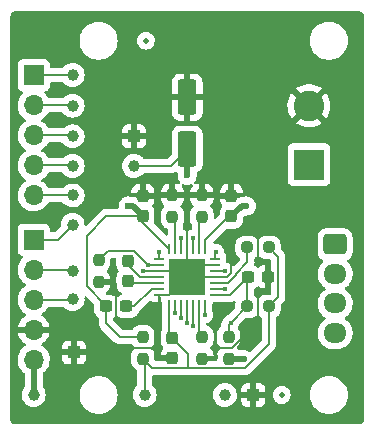
<source format=gbr>
%TF.GenerationSoftware,KiCad,Pcbnew,(6.0.6)*%
%TF.CreationDate,2022-06-26T20:43:02+02:00*%
%TF.ProjectId,tmc2208-breakout,746d6332-3230-4382-9d62-7265616b6f75,rev?*%
%TF.SameCoordinates,Original*%
%TF.FileFunction,Copper,L1,Top*%
%TF.FilePolarity,Positive*%
%FSLAX46Y46*%
G04 Gerber Fmt 4.6, Leading zero omitted, Abs format (unit mm)*
G04 Created by KiCad (PCBNEW (6.0.6)) date 2022-06-26 20:43:02*
%MOMM*%
%LPD*%
G01*
G04 APERTURE LIST*
G04 Aperture macros list*
%AMRoundRect*
0 Rectangle with rounded corners*
0 $1 Rounding radius*
0 $2 $3 $4 $5 $6 $7 $8 $9 X,Y pos of 4 corners*
0 Add a 4 corners polygon primitive as box body*
4,1,4,$2,$3,$4,$5,$6,$7,$8,$9,$2,$3,0*
0 Add four circle primitives for the rounded corners*
1,1,$1+$1,$2,$3*
1,1,$1+$1,$4,$5*
1,1,$1+$1,$6,$7*
1,1,$1+$1,$8,$9*
0 Add four rect primitives between the rounded corners*
20,1,$1+$1,$2,$3,$4,$5,0*
20,1,$1+$1,$4,$5,$6,$7,0*
20,1,$1+$1,$6,$7,$8,$9,0*
20,1,$1+$1,$8,$9,$2,$3,0*%
G04 Aperture macros list end*
%TA.AperFunction,ComponentPad*%
%ADD10C,1.000000*%
%TD*%
%TA.AperFunction,ComponentPad*%
%ADD11R,1.000000X1.000000*%
%TD*%
%TA.AperFunction,SMDPad,CuDef*%
%ADD12RoundRect,0.237500X-0.300000X-0.237500X0.300000X-0.237500X0.300000X0.237500X-0.300000X0.237500X0*%
%TD*%
%TA.AperFunction,ComponentPad*%
%ADD13RoundRect,0.250000X-0.725000X0.600000X-0.725000X-0.600000X0.725000X-0.600000X0.725000X0.600000X0*%
%TD*%
%TA.AperFunction,ComponentPad*%
%ADD14O,1.950000X1.700000*%
%TD*%
%TA.AperFunction,SMDPad,CuDef*%
%ADD15RoundRect,0.237500X-0.237500X0.250000X-0.237500X-0.250000X0.237500X-0.250000X0.237500X0.250000X0*%
%TD*%
%TA.AperFunction,SMDPad,CuDef*%
%ADD16RoundRect,0.237500X-0.237500X0.300000X-0.237500X-0.300000X0.237500X-0.300000X0.237500X0.300000X0*%
%TD*%
%TA.AperFunction,ComponentPad*%
%ADD17R,1.700000X1.700000*%
%TD*%
%TA.AperFunction,ComponentPad*%
%ADD18O,1.700000X1.700000*%
%TD*%
%TA.AperFunction,SMDPad,CuDef*%
%ADD19R,0.909599X0.254800*%
%TD*%
%TA.AperFunction,SMDPad,CuDef*%
%ADD20R,0.254800X0.909599*%
%TD*%
%TA.AperFunction,SMDPad,CuDef*%
%ADD21R,3.098800X3.098800*%
%TD*%
%TA.AperFunction,SMDPad,CuDef*%
%ADD22RoundRect,0.237500X0.237500X-0.300000X0.237500X0.300000X-0.237500X0.300000X-0.237500X-0.300000X0*%
%TD*%
%TA.AperFunction,SMDPad,CuDef*%
%ADD23RoundRect,0.237500X0.237500X-0.250000X0.237500X0.250000X-0.237500X0.250000X-0.237500X-0.250000X0*%
%TD*%
%TA.AperFunction,SMDPad,CuDef*%
%ADD24RoundRect,0.237500X0.300000X0.237500X-0.300000X0.237500X-0.300000X-0.237500X0.300000X-0.237500X0*%
%TD*%
%TA.AperFunction,ComponentPad*%
%ADD25R,2.600000X2.600000*%
%TD*%
%TA.AperFunction,ComponentPad*%
%ADD26C,2.600000*%
%TD*%
%TA.AperFunction,SMDPad,CuDef*%
%ADD27RoundRect,0.250000X0.550000X-1.250000X0.550000X1.250000X-0.550000X1.250000X-0.550000X-1.250000X0*%
%TD*%
%TA.AperFunction,SMDPad,CuDef*%
%ADD28RoundRect,0.237500X0.250000X0.237500X-0.250000X0.237500X-0.250000X-0.237500X0.250000X-0.237500X0*%
%TD*%
%TA.AperFunction,SMDPad,CuDef*%
%ADD29C,0.500000*%
%TD*%
%TA.AperFunction,SMDPad,CuDef*%
%ADD30RoundRect,0.237500X-0.250000X-0.237500X0.250000X-0.237500X0.250000X0.237500X-0.250000X0.237500X0*%
%TD*%
%TA.AperFunction,ViaPad*%
%ADD31C,0.400000*%
%TD*%
%TA.AperFunction,ViaPad*%
%ADD32C,0.600000*%
%TD*%
%TA.AperFunction,Conductor*%
%ADD33C,0.200000*%
%TD*%
%TA.AperFunction,Conductor*%
%ADD34C,0.500000*%
%TD*%
G04 APERTURE END LIST*
D10*
%TO.P,DIR,1,1*%
%TO.N,/DIR*%
X147300000Y-43900000D03*
%TD*%
D11*
%TO.P,TP20,1,1*%
%TO.N,GND*%
X152500000Y-49100000D03*
%TD*%
D12*
%TO.P,C4,1*%
%TO.N,/VCC_IO*%
X162137500Y-61000000D03*
%TO.P,C4,2*%
%TO.N,GND*%
X163862500Y-61000000D03*
%TD*%
D10*
%TO.P,TP15,1,1*%
%TO.N,+5V*%
X153400000Y-71000000D03*
%TD*%
%TO.P,MS2,1,1*%
%TO.N,/MS2*%
X147300000Y-54100000D03*
%TD*%
D13*
%TO.P,J3,1,Pin_1*%
%TO.N,/OB2*%
X169525000Y-58250000D03*
D14*
%TO.P,J3,2,Pin_2*%
%TO.N,/OB1*%
X169525000Y-60750000D03*
%TO.P,J3,3,Pin_3*%
%TO.N,/OA1*%
X169525000Y-63250000D03*
%TO.P,J3,4,Pin_4*%
%TO.N,/OA2*%
X169525000Y-65750000D03*
%TD*%
D10*
%TO.P,DIAG,1,1*%
%TO.N,/DIAG*%
X147300000Y-56600000D03*
%TD*%
D11*
%TO.P,TP19,1,1*%
%TO.N,GND*%
X162600000Y-71000000D03*
%TD*%
D15*
%TO.P,R6,1*%
%TO.N,/VCC_IO*%
X160500000Y-66087500D03*
%TO.P,R6,2*%
%TO.N,+3V3*%
X160500000Y-67912500D03*
%TD*%
D16*
%TO.P,C1,1*%
%TO.N,+5V*%
X155750000Y-66137500D03*
%TO.P,C1,2*%
%TO.N,GND*%
X155750000Y-67862500D03*
%TD*%
D17*
%TO.P,J1,1,Pin_1*%
%TO.N,/DIR*%
X144000000Y-43925000D03*
D18*
%TO.P,J1,2,Pin_2*%
%TO.N,/STEP*%
X144000000Y-46465000D03*
%TO.P,J1,3,Pin_3*%
%TO.N,/EN#*%
X144000000Y-49005000D03*
%TO.P,J1,4,Pin_4*%
%TO.N,/MS1*%
X144000000Y-51545000D03*
%TO.P,J1,5,Pin_5*%
%TO.N,/MS2*%
X144000000Y-54085000D03*
%TD*%
D10*
%TO.P,EN#,1,1*%
%TO.N,/EN#*%
X147300000Y-49100000D03*
%TD*%
D19*
%TO.P,U1,1,OB2*%
%TO.N,/OB2*%
X154652900Y-59500000D03*
%TO.P,U1,2,ENN*%
%TO.N,/EN#*%
X154652900Y-59999999D03*
%TO.P,U1,3,GND*%
%TO.N,GND*%
X154652900Y-60500001D03*
%TO.P,U1,4,CPO*%
%TO.N,/CPO*%
X154652900Y-61000000D03*
%TO.P,U1,5,CPI*%
%TO.N,/CPI*%
X154652900Y-61499999D03*
%TO.P,U1,6,VCP*%
%TO.N,/VCP*%
X154652900Y-62000001D03*
%TO.P,U1,7,NC*%
%TO.N,GND*%
X154652900Y-62500000D03*
D20*
%TO.P,U1,8,5VOUT*%
%TO.N,+5V*%
X155500000Y-63347100D03*
%TO.P,U1,9,MS1*%
%TO.N,/MS1*%
X155999999Y-63347100D03*
%TO.P,U1,10,MS2*%
%TO.N,/MS2*%
X156500001Y-63347100D03*
%TO.P,U1,11,DIAG*%
%TO.N,/DIAG*%
X157000000Y-63347100D03*
%TO.P,U1,12,INDEX*%
%TO.N,/INDEX*%
X157499999Y-63347100D03*
%TO.P,U1,13,CLK*%
%TO.N,/CLK*%
X158000001Y-63347100D03*
%TO.P,U1,14,PDN_UART*%
%TO.N,/PDN_UART*%
X158500000Y-63347100D03*
D19*
%TO.P,U1,15,VCC_IO*%
%TO.N,/VCC_IO*%
X159347100Y-62500000D03*
%TO.P,U1,16,STEP*%
%TO.N,/STEP*%
X159347100Y-62000001D03*
%TO.P,U1,17,VREF*%
%TO.N,/VREF*%
X159347100Y-61499999D03*
%TO.P,U1,18,GND*%
%TO.N,GND*%
X159347100Y-61000000D03*
%TO.P,U1,19,DIR*%
%TO.N,/DIR*%
X159347100Y-60500001D03*
%TO.P,U1,20,NC*%
%TO.N,GND*%
X159347100Y-59999999D03*
%TO.P,U1,21,OA2*%
%TO.N,/OA2*%
X159347100Y-59500000D03*
D20*
%TO.P,U1,22,VS*%
%TO.N,/VS*%
X158500000Y-58652900D03*
%TO.P,U1,23,BRA*%
%TO.N,/BRA*%
X158000001Y-58652900D03*
%TO.P,U1,24,OA1*%
%TO.N,/OA1*%
X157499999Y-58652900D03*
%TO.P,U1,25,NC*%
%TO.N,GND*%
X157000000Y-58652900D03*
%TO.P,U1,26,OB1*%
%TO.N,/OB1*%
X156500001Y-58652900D03*
%TO.P,U1,27,BRB*%
%TO.N,/BRB*%
X155999999Y-58652900D03*
%TO.P,U1,28,VS*%
%TO.N,/VS*%
X155500000Y-58652900D03*
D21*
%TO.P,U1,29,GND*%
%TO.N,GND*%
X157000000Y-61000000D03*
%TD*%
D17*
%TO.P,J2,1,Pin_1*%
%TO.N,/DIAG*%
X144000000Y-57845000D03*
D18*
%TO.P,J2,2,Pin_2*%
%TO.N,/INDEX*%
X144000000Y-60385000D03*
%TO.P,J2,3,Pin_3*%
%TO.N,/PDN_UART*%
X144000000Y-62925000D03*
%TO.P,J2,4,Pin_4*%
%TO.N,GND*%
X144000000Y-65465000D03*
%TO.P,J2,5,Pin_5*%
%TO.N,+3V3*%
X144000000Y-68005000D03*
%TD*%
D15*
%TO.P,R3,1*%
%TO.N,GND*%
X158250000Y-54087500D03*
%TO.P,R3,2*%
%TO.N,/BRA*%
X158250000Y-55912500D03*
%TD*%
%TO.P,R8,1*%
%TO.N,/VS*%
X153250000Y-66087500D03*
%TO.P,R8,2*%
%TO.N,+5V*%
X153250000Y-67912500D03*
%TD*%
D22*
%TO.P,C5,1*%
%TO.N,/VS*%
X153250000Y-55862500D03*
%TO.P,C5,2*%
%TO.N,GND*%
X153250000Y-54137500D03*
%TD*%
D10*
%TO.P,INDX,1,1*%
%TO.N,/INDEX*%
X147300000Y-60500000D03*
%TD*%
D23*
%TO.P,R2,1*%
%TO.N,/BRB*%
X155750000Y-55912500D03*
%TO.P,R2,2*%
%TO.N,GND*%
X155750000Y-54087500D03*
%TD*%
D24*
%TO.P,C3,1*%
%TO.N,/VCP*%
X151862500Y-63500000D03*
%TO.P,C3,2*%
%TO.N,/VS*%
X150137500Y-63500000D03*
%TD*%
D10*
%TO.P,STEP,1,1*%
%TO.N,/STEP*%
X147300000Y-46500000D03*
%TD*%
D23*
%TO.P,R1,1*%
%TO.N,GND*%
X149500000Y-61412500D03*
%TO.P,R1,2*%
%TO.N,/EN#*%
X149500000Y-59587500D03*
%TD*%
%TO.P,R7,1*%
%TO.N,GND*%
X158250000Y-67912500D03*
%TO.P,R7,2*%
%TO.N,/CLK*%
X158250000Y-66087500D03*
%TD*%
D22*
%TO.P,C2,1*%
%TO.N,/CPI*%
X152000000Y-61362500D03*
%TO.P,C2,2*%
%TO.N,/CPO*%
X152000000Y-59637500D03*
%TD*%
D25*
%TO.P,J4,1,Pin_1*%
%TO.N,/VS*%
X167305000Y-51500000D03*
D26*
%TO.P,J4,2,Pin_2*%
%TO.N,GND*%
X167305000Y-46500000D03*
%TD*%
D10*
%TO.P,MS1,1,1*%
%TO.N,/MS1*%
X147300000Y-51600000D03*
%TD*%
D27*
%TO.P,C7,1*%
%TO.N,/VS*%
X157000000Y-50200000D03*
%TO.P,C7,2*%
%TO.N,GND*%
X157000000Y-45800000D03*
%TD*%
D22*
%TO.P,C6,1*%
%TO.N,/VS*%
X160750000Y-55862500D03*
%TO.P,C6,2*%
%TO.N,GND*%
X160750000Y-54137500D03*
%TD*%
D10*
%TO.P,TP14,1,1*%
%TO.N,/VS*%
X152500000Y-51600000D03*
%TD*%
D28*
%TO.P,R5,1*%
%TO.N,+5V*%
X163912500Y-58500000D03*
%TO.P,R5,2*%
%TO.N,/VREF*%
X162087500Y-58500000D03*
%TD*%
D10*
%TO.P,TP12,1,1*%
%TO.N,/VCC_IO*%
X160200000Y-71000000D03*
%TD*%
D29*
%TO.P,FID1,*%
%TO.N,*%
X153500000Y-41000000D03*
%TD*%
D11*
%TO.P,TP18,1,1*%
%TO.N,GND*%
X147400000Y-67400000D03*
%TD*%
D29*
%TO.P,FID2,*%
%TO.N,*%
X165000000Y-71000000D03*
%TD*%
D30*
%TO.P,R4,1*%
%TO.N,/VCC_IO*%
X162087500Y-63500000D03*
%TO.P,R4,2*%
%TO.N,+5V*%
X163912500Y-63500000D03*
%TD*%
D10*
%TO.P,TP16,1,1*%
%TO.N,+3V3*%
X144000000Y-71000000D03*
%TD*%
%TO.P,PDN,1,1*%
%TO.N,/PDN_UART*%
X147300000Y-62900000D03*
%TD*%
D31*
%TO.N,GND*%
X153300000Y-60500000D03*
X159500000Y-63500000D03*
X156000000Y-60000000D03*
X158000000Y-62000000D03*
X162217570Y-65617570D03*
X154500000Y-67800000D03*
X159400000Y-67800000D03*
X163000000Y-59700000D03*
X163000000Y-62300000D03*
X158000000Y-60000000D03*
X154500000Y-55200000D03*
X156000000Y-62000000D03*
X150800000Y-61400000D03*
X159500000Y-55200000D03*
X157000000Y-55400000D03*
X160700000Y-59300000D03*
X154500000Y-63500000D03*
X159400000Y-67000000D03*
X154500000Y-67000000D03*
D32*
%TO.N,+3V3*%
X161776089Y-67976089D03*
D31*
%TO.N,/VCC_IO*%
X160693750Y-64893750D03*
D32*
%TO.N,/VS*%
X152000000Y-55000000D03*
X157000000Y-52400000D03*
X162000000Y-55000000D03*
D31*
%TO.N,/EN#*%
X153710402Y-59989598D03*
%TO.N,/DIR*%
X160200000Y-60500000D03*
%TO.N,/MS1*%
X156000000Y-64100000D03*
%TO.N,/MS2*%
X156500000Y-64500000D03*
%TO.N,/STEP*%
X160200000Y-62000000D03*
%TO.N,/DIAG*%
X156985931Y-64891559D03*
%TO.N,/INDEX*%
X157500000Y-65200000D03*
%TO.N,/PDN_UART*%
X158500000Y-64200000D03*
%TO.N,/OA1*%
X157500000Y-57700000D03*
%TO.N,/OA2*%
X159400000Y-58900000D03*
%TO.N,/OB1*%
X156500000Y-57700000D03*
%TO.N,/OB2*%
X154600000Y-58900000D03*
%TD*%
D33*
%TO.N,GND*%
X154652900Y-60500001D02*
X153300000Y-60500000D01*
X160407107Y-61000000D02*
X160700000Y-60707107D01*
X150975000Y-64575000D02*
X151400000Y-65000000D01*
X155500000Y-62500000D02*
X154652900Y-62500000D01*
X160700000Y-60707107D02*
X160700000Y-59300000D01*
X157000000Y-61000000D02*
X156500001Y-60500001D01*
X154652900Y-63347100D02*
X154500000Y-63500000D01*
X163000000Y-64835140D02*
X163000000Y-62300000D01*
X156500001Y-60500001D02*
X154652900Y-60500001D01*
X157000000Y-61000000D02*
X157000000Y-58652900D01*
X162217570Y-65617570D02*
X163000000Y-64835140D01*
X154652900Y-62500000D02*
X154652900Y-63347100D01*
X150975000Y-61575000D02*
X150975000Y-64575000D01*
X163000000Y-59700000D02*
X163000000Y-57400000D01*
X159400000Y-67000000D02*
X160835140Y-67000000D01*
X160835140Y-67000000D02*
X162217570Y-65617570D01*
X157000000Y-58652900D02*
X157000000Y-55400000D01*
X150800000Y-61400000D02*
X150975000Y-61575000D01*
X157000000Y-61000000D02*
X159347100Y-61000000D01*
X158000000Y-60000000D02*
X159347100Y-59999999D01*
X159347100Y-61000000D02*
X160407107Y-61000000D01*
X156000000Y-62000000D02*
X155500000Y-62500000D01*
X154500000Y-67000000D02*
X152200000Y-67000000D01*
D34*
%TO.N,+3V3*%
X144000000Y-68005000D02*
X144000000Y-71000000D01*
X161776089Y-67976089D02*
X161712500Y-67912500D01*
X161712500Y-67912500D02*
X160500000Y-67912500D01*
D33*
%TO.N,/VCC_IO*%
X160693750Y-64893750D02*
X162087500Y-63500000D01*
X159347100Y-62500000D02*
X160637500Y-62500000D01*
X162087500Y-63500000D02*
X162087500Y-61050000D01*
X160637500Y-62500000D02*
X162137500Y-61000000D01*
X160500000Y-66087500D02*
X160500000Y-65087500D01*
X162087500Y-61050000D02*
X162137500Y-61000000D01*
X160500000Y-65087500D02*
X160693750Y-64893750D01*
%TO.N,+5V*%
X155500000Y-65887500D02*
X155500000Y-63347100D01*
X164700000Y-59287500D02*
X163912500Y-58500000D01*
X161900000Y-68700000D02*
X157100000Y-68700000D01*
X157100000Y-67487500D02*
X157100000Y-68700000D01*
X153250000Y-67912500D02*
X153400000Y-68062500D01*
X164700000Y-62712500D02*
X164700000Y-59287500D01*
X163912500Y-63500000D02*
X163912500Y-66687500D01*
X153400000Y-68062500D02*
X153400000Y-71000000D01*
X155750000Y-66137500D02*
X155500000Y-65887500D01*
X157100000Y-68700000D02*
X154037500Y-68700000D01*
X163912500Y-66687500D02*
X161900000Y-68700000D01*
X155750000Y-66137500D02*
X157100000Y-67487500D01*
X163912500Y-63500000D02*
X164700000Y-62712500D01*
X154037500Y-68700000D02*
X153250000Y-67912500D01*
%TO.N,/CPI*%
X152137499Y-61499999D02*
X154652900Y-61499999D01*
X152000000Y-61362500D02*
X152137499Y-61499999D01*
%TO.N,/CPO*%
X153000000Y-61000000D02*
X154652900Y-61000000D01*
X152000000Y-60000000D02*
X153000000Y-61000000D01*
X152000000Y-59637500D02*
X152000000Y-60000000D01*
%TO.N,/VCP*%
X153999999Y-62000001D02*
X154652900Y-62000001D01*
X152500000Y-63500000D02*
X153999999Y-62000001D01*
X151862500Y-63500000D02*
X152500000Y-63500000D01*
%TO.N,/VS*%
X158500000Y-57862500D02*
X158500000Y-58652900D01*
X150137500Y-63500000D02*
X150137500Y-63437500D01*
X153000000Y-56152900D02*
X155500000Y-58652900D01*
X148500000Y-57500000D02*
X150137500Y-55862500D01*
X150137500Y-64937500D02*
X151287500Y-66087500D01*
D34*
X152387500Y-55000000D02*
X153250000Y-55862500D01*
X152000000Y-55000000D02*
X152387500Y-55000000D01*
D33*
X150137500Y-55862500D02*
X153250000Y-55862500D01*
X150137500Y-63500000D02*
X150137500Y-64937500D01*
X153250000Y-55862500D02*
X153250000Y-56152900D01*
X150137500Y-63437500D02*
X148500000Y-61800000D01*
X152500000Y-51600000D02*
X155600000Y-51600000D01*
X151287500Y-66087500D02*
X153250000Y-66087500D01*
D34*
X157000000Y-50200000D02*
X157000000Y-52400000D01*
D33*
X155600000Y-51600000D02*
X157000000Y-50200000D01*
D34*
X162000000Y-55000000D02*
X161612500Y-55000000D01*
D33*
X160500000Y-55862500D02*
X158500000Y-57862500D01*
X148500000Y-61800000D02*
X148500000Y-57500000D01*
D34*
X161612500Y-55000000D02*
X160750000Y-55862500D01*
D33*
%TO.N,/EN#*%
X153710402Y-59989598D02*
X154642499Y-59989598D01*
X144000000Y-49005000D02*
X147205000Y-49005000D01*
X152520804Y-58800000D02*
X150287500Y-58800000D01*
X150287500Y-58800000D02*
X149500000Y-59587500D01*
X153710402Y-59989598D02*
X152520804Y-58800000D01*
X154642499Y-59989598D02*
X154652900Y-59999999D01*
X147205000Y-49005000D02*
X147300000Y-49100000D01*
%TO.N,/DIR*%
X144000000Y-43925000D02*
X147275000Y-43925000D01*
X147275000Y-43925000D02*
X147300000Y-43900000D01*
X159347100Y-60500001D02*
X160200000Y-60500000D01*
%TO.N,/MS1*%
X144000000Y-51545000D02*
X147245000Y-51545000D01*
X155999999Y-63347100D02*
X156000000Y-64100000D01*
X147245000Y-51545000D02*
X147300000Y-51600000D01*
%TO.N,/MS2*%
X156500001Y-63347100D02*
X156500000Y-64500000D01*
X147285000Y-54085000D02*
X147300000Y-54100000D01*
X144000000Y-54085000D02*
X147285000Y-54085000D01*
%TO.N,/STEP*%
X147265000Y-46465000D02*
X147300000Y-46500000D01*
X159347100Y-62000001D02*
X160200000Y-62000000D01*
X144000000Y-46465000D02*
X147265000Y-46465000D01*
%TO.N,/DIAG*%
X144000000Y-57845000D02*
X146055000Y-57845000D01*
X156985931Y-64891559D02*
X157000000Y-64877490D01*
X157000000Y-64877490D02*
X157000000Y-63347100D01*
X146055000Y-57845000D02*
X147300000Y-56600000D01*
%TO.N,/INDEX*%
X147185000Y-60385000D02*
X147300000Y-60500000D01*
X157499999Y-63347100D02*
X157500000Y-65200000D01*
X144000000Y-60385000D02*
X147185000Y-60385000D01*
%TO.N,/PDN_UART*%
X158500000Y-63347100D02*
X158500000Y-64200000D01*
X144000000Y-62925000D02*
X147275000Y-62925000D01*
X147275000Y-62925000D02*
X147300000Y-62900000D01*
%TO.N,/OA1*%
X157499999Y-58652900D02*
X157500000Y-57700000D01*
%TO.N,/OA2*%
X159347100Y-59500000D02*
X159347100Y-58952900D01*
X159347100Y-58952900D02*
X159400000Y-58900000D01*
%TO.N,/OB1*%
X156500001Y-58652900D02*
X156500000Y-57700000D01*
%TO.N,/OB2*%
X154652900Y-58952900D02*
X154652900Y-59500000D01*
X154600000Y-58900000D02*
X154652900Y-58952900D01*
%TO.N,/BRB*%
X155999999Y-58652900D02*
X155999999Y-56412499D01*
%TO.N,/BRA*%
X158000001Y-58652900D02*
X158000000Y-55912500D01*
%TO.N,/VREF*%
X162087500Y-59752360D02*
X162087500Y-58500000D01*
X160472794Y-61499999D02*
X161100000Y-60872793D01*
X161100000Y-60872793D02*
X161100000Y-60739860D01*
X161100000Y-60739860D02*
X162087500Y-59752360D01*
X159347100Y-61499999D02*
X160472794Y-61499999D01*
%TO.N,/CLK*%
X158000001Y-65837501D02*
X158250000Y-66087500D01*
X158000001Y-63347100D02*
X158000001Y-65837501D01*
%TD*%
%TA.AperFunction,Conductor*%
%TO.N,GND*%
G36*
X171470018Y-38510000D02*
G01*
X171484852Y-38512310D01*
X171484855Y-38512310D01*
X171493724Y-38513691D01*
X171502626Y-38512527D01*
X171502750Y-38512511D01*
X171533192Y-38512240D01*
X171540621Y-38513077D01*
X171595264Y-38519234D01*
X171622771Y-38525513D01*
X171699853Y-38552485D01*
X171725274Y-38564727D01*
X171794426Y-38608178D01*
X171816485Y-38625770D01*
X171874230Y-38683515D01*
X171891822Y-38705574D01*
X171935273Y-38774726D01*
X171947515Y-38800147D01*
X171974487Y-38877228D01*
X171980766Y-38904736D01*
X171987018Y-38960226D01*
X171986923Y-38975868D01*
X171987800Y-38975879D01*
X171987690Y-38984851D01*
X171986309Y-38993724D01*
X171987473Y-39002626D01*
X171987473Y-39002628D01*
X171990436Y-39025283D01*
X171991500Y-39041621D01*
X171991500Y-72950633D01*
X171990000Y-72970018D01*
X171986309Y-72993724D01*
X171987473Y-73002626D01*
X171987489Y-73002750D01*
X171987760Y-73033192D01*
X171985430Y-73053870D01*
X171980766Y-73095264D01*
X171974487Y-73122771D01*
X171947515Y-73199853D01*
X171935273Y-73225274D01*
X171891822Y-73294426D01*
X171874230Y-73316485D01*
X171816485Y-73374230D01*
X171794426Y-73391822D01*
X171725274Y-73435273D01*
X171699853Y-73447515D01*
X171622772Y-73474487D01*
X171595264Y-73480766D01*
X171539774Y-73487018D01*
X171524132Y-73486923D01*
X171524121Y-73487800D01*
X171515149Y-73487690D01*
X171506276Y-73486309D01*
X171497374Y-73487473D01*
X171497372Y-73487473D01*
X171486385Y-73488910D01*
X171474714Y-73490436D01*
X171458379Y-73491500D01*
X142549367Y-73491500D01*
X142529982Y-73490000D01*
X142515148Y-73487690D01*
X142515145Y-73487690D01*
X142506276Y-73486309D01*
X142497374Y-73487473D01*
X142497250Y-73487489D01*
X142466808Y-73487760D01*
X142446130Y-73485430D01*
X142404736Y-73480766D01*
X142377229Y-73474487D01*
X142300147Y-73447515D01*
X142274726Y-73435273D01*
X142205574Y-73391822D01*
X142183515Y-73374230D01*
X142125770Y-73316485D01*
X142108178Y-73294426D01*
X142064727Y-73225274D01*
X142052485Y-73199853D01*
X142025513Y-73122772D01*
X142019234Y-73095266D01*
X142013170Y-73041451D01*
X142012888Y-73016640D01*
X142013576Y-73012552D01*
X142013729Y-73000000D01*
X142009773Y-72972376D01*
X142008500Y-72954514D01*
X142008500Y-67971695D01*
X142637251Y-67971695D01*
X142637548Y-67976848D01*
X142637548Y-67976851D01*
X142643005Y-68071498D01*
X142650110Y-68194715D01*
X142651247Y-68199761D01*
X142651248Y-68199767D01*
X142654754Y-68215322D01*
X142699222Y-68412639D01*
X142783266Y-68619616D01*
X142899987Y-68810088D01*
X143046250Y-68978938D01*
X143195985Y-69103250D01*
X143235620Y-69162152D01*
X143241500Y-69200194D01*
X143241500Y-70289071D01*
X143221498Y-70357192D01*
X143212030Y-70370051D01*
X143163846Y-70427474D01*
X143160879Y-70432872D01*
X143160875Y-70432877D01*
X143114226Y-70517733D01*
X143068567Y-70600787D01*
X143066706Y-70606654D01*
X143066705Y-70606656D01*
X143021996Y-70747597D01*
X143008765Y-70789306D01*
X142986719Y-70985851D01*
X142987235Y-70991995D01*
X143001654Y-71163710D01*
X143003268Y-71182934D01*
X143013436Y-71218393D01*
X143051485Y-71351085D01*
X143057783Y-71373050D01*
X143148187Y-71548956D01*
X143271035Y-71703953D01*
X143275728Y-71707947D01*
X143275729Y-71707948D01*
X143330018Y-71754151D01*
X143421650Y-71832136D01*
X143594294Y-71928624D01*
X143782392Y-71989740D01*
X143978777Y-72013158D01*
X143984912Y-72012686D01*
X143984914Y-72012686D01*
X144169830Y-71998457D01*
X144169834Y-71998456D01*
X144175972Y-71997984D01*
X144366463Y-71944798D01*
X144371967Y-71942018D01*
X144371969Y-71942017D01*
X144537495Y-71858404D01*
X144537497Y-71858403D01*
X144542996Y-71855625D01*
X144698847Y-71733861D01*
X144799197Y-71617604D01*
X144824049Y-71588813D01*
X144824050Y-71588811D01*
X144828078Y-71584145D01*
X144925769Y-71412179D01*
X144988197Y-71224513D01*
X145012985Y-71028295D01*
X145013380Y-71000000D01*
X147886526Y-71000000D01*
X147906391Y-71252403D01*
X147907545Y-71257210D01*
X147907546Y-71257216D01*
X147936672Y-71378535D01*
X147965495Y-71498591D01*
X147967388Y-71503162D01*
X147967389Y-71503164D01*
X148050559Y-71703953D01*
X148062384Y-71732502D01*
X148194672Y-71948376D01*
X148359102Y-72140898D01*
X148551624Y-72305328D01*
X148767498Y-72437616D01*
X148772068Y-72439509D01*
X148772072Y-72439511D01*
X148996836Y-72532611D01*
X149001409Y-72534505D01*
X149086032Y-72554821D01*
X149242784Y-72592454D01*
X149242790Y-72592455D01*
X149247597Y-72593609D01*
X149347416Y-72601465D01*
X149434345Y-72608307D01*
X149434352Y-72608307D01*
X149436801Y-72608500D01*
X149563199Y-72608500D01*
X149565648Y-72608307D01*
X149565655Y-72608307D01*
X149652584Y-72601465D01*
X149752403Y-72593609D01*
X149757210Y-72592455D01*
X149757216Y-72592454D01*
X149913968Y-72554821D01*
X149998591Y-72534505D01*
X150003164Y-72532611D01*
X150227928Y-72439511D01*
X150227932Y-72439509D01*
X150232502Y-72437616D01*
X150448376Y-72305328D01*
X150640898Y-72140898D01*
X150805328Y-71948376D01*
X150937616Y-71732502D01*
X150949442Y-71703953D01*
X151032611Y-71503164D01*
X151032612Y-71503162D01*
X151034505Y-71498591D01*
X151063328Y-71378535D01*
X151092454Y-71257216D01*
X151092455Y-71257210D01*
X151093609Y-71252403D01*
X151113474Y-71000000D01*
X151093609Y-70747597D01*
X151092152Y-70741525D01*
X151035660Y-70506221D01*
X151034505Y-70501409D01*
X151003880Y-70427474D01*
X150939511Y-70272072D01*
X150939509Y-70272068D01*
X150937616Y-70267498D01*
X150805328Y-70051624D01*
X150640898Y-69859102D01*
X150448376Y-69694672D01*
X150232502Y-69562384D01*
X150227932Y-69560491D01*
X150227928Y-69560489D01*
X150003164Y-69467389D01*
X150003162Y-69467388D01*
X149998591Y-69465495D01*
X149913968Y-69445179D01*
X149757216Y-69407546D01*
X149757210Y-69407545D01*
X149752403Y-69406391D01*
X149652584Y-69398535D01*
X149565655Y-69391693D01*
X149565648Y-69391693D01*
X149563199Y-69391500D01*
X149436801Y-69391500D01*
X149434352Y-69391693D01*
X149434345Y-69391693D01*
X149347416Y-69398535D01*
X149247597Y-69406391D01*
X149242790Y-69407545D01*
X149242784Y-69407546D01*
X149086032Y-69445179D01*
X149001409Y-69465495D01*
X148996838Y-69467388D01*
X148996836Y-69467389D01*
X148772072Y-69560489D01*
X148772068Y-69560491D01*
X148767498Y-69562384D01*
X148551624Y-69694672D01*
X148359102Y-69859102D01*
X148194672Y-70051624D01*
X148062384Y-70267498D01*
X148060491Y-70272068D01*
X148060489Y-70272072D01*
X147996120Y-70427474D01*
X147965495Y-70501409D01*
X147964340Y-70506221D01*
X147907849Y-70741525D01*
X147906391Y-70747597D01*
X147886526Y-71000000D01*
X145013380Y-71000000D01*
X144994080Y-70803167D01*
X144975050Y-70740135D01*
X144938697Y-70619731D01*
X144936916Y-70613831D01*
X144844066Y-70439204D01*
X144786857Y-70369059D01*
X144759303Y-70303627D01*
X144758500Y-70289423D01*
X144758500Y-69197632D01*
X144778502Y-69129511D01*
X144811331Y-69095054D01*
X144879860Y-69046173D01*
X145038096Y-68888489D01*
X145068977Y-68845514D01*
X145165435Y-68711277D01*
X145168453Y-68707077D01*
X145207026Y-68629031D01*
X145265136Y-68511453D01*
X145265137Y-68511451D01*
X145267430Y-68506811D01*
X145325375Y-68316093D01*
X145330865Y-68298023D01*
X145330865Y-68298021D01*
X145332370Y-68293069D01*
X145361529Y-68071590D01*
X145363156Y-68005000D01*
X145358196Y-67944669D01*
X146392001Y-67944669D01*
X146392371Y-67951490D01*
X146397895Y-68002352D01*
X146401521Y-68017604D01*
X146446676Y-68138054D01*
X146455214Y-68153649D01*
X146531715Y-68255724D01*
X146544276Y-68268285D01*
X146646351Y-68344786D01*
X146661946Y-68353324D01*
X146782394Y-68398478D01*
X146797649Y-68402105D01*
X146848514Y-68407631D01*
X146855328Y-68408000D01*
X147127885Y-68408000D01*
X147143124Y-68403525D01*
X147144329Y-68402135D01*
X147146000Y-68394452D01*
X147146000Y-68389884D01*
X147654000Y-68389884D01*
X147658475Y-68405123D01*
X147659865Y-68406328D01*
X147667548Y-68407999D01*
X147944669Y-68407999D01*
X147951490Y-68407629D01*
X148002352Y-68402105D01*
X148017604Y-68398479D01*
X148138054Y-68353324D01*
X148153649Y-68344786D01*
X148255724Y-68268285D01*
X148268285Y-68255724D01*
X148344786Y-68153649D01*
X148353324Y-68138054D01*
X148398478Y-68017606D01*
X148402105Y-68002351D01*
X148407631Y-67951486D01*
X148408000Y-67944672D01*
X148408000Y-67672115D01*
X148403525Y-67656876D01*
X148402135Y-67655671D01*
X148394452Y-67654000D01*
X147672115Y-67654000D01*
X147656876Y-67658475D01*
X147655671Y-67659865D01*
X147654000Y-67667548D01*
X147654000Y-68389884D01*
X147146000Y-68389884D01*
X147146000Y-67672115D01*
X147141525Y-67656876D01*
X147140135Y-67655671D01*
X147132452Y-67654000D01*
X146410116Y-67654000D01*
X146394877Y-67658475D01*
X146393672Y-67659865D01*
X146392001Y-67667548D01*
X146392001Y-67944669D01*
X145358196Y-67944669D01*
X145344852Y-67782361D01*
X145290431Y-67565702D01*
X145201354Y-67360840D01*
X145099390Y-67203228D01*
X145082822Y-67177617D01*
X145082820Y-67177614D01*
X145080014Y-67173277D01*
X145038710Y-67127885D01*
X146392000Y-67127885D01*
X146396475Y-67143124D01*
X146397865Y-67144329D01*
X146405548Y-67146000D01*
X147127885Y-67146000D01*
X147143124Y-67141525D01*
X147144329Y-67140135D01*
X147146000Y-67132452D01*
X147146000Y-67127885D01*
X147654000Y-67127885D01*
X147658475Y-67143124D01*
X147659865Y-67144329D01*
X147667548Y-67146000D01*
X148389884Y-67146000D01*
X148405123Y-67141525D01*
X148406328Y-67140135D01*
X148407999Y-67132452D01*
X148407999Y-66855331D01*
X148407629Y-66848510D01*
X148402105Y-66797648D01*
X148398479Y-66782396D01*
X148353324Y-66661946D01*
X148344786Y-66646351D01*
X148268285Y-66544276D01*
X148255724Y-66531715D01*
X148153649Y-66455214D01*
X148138054Y-66446676D01*
X148017606Y-66401522D01*
X148002351Y-66397895D01*
X147951486Y-66392369D01*
X147944672Y-66392000D01*
X147672115Y-66392000D01*
X147656876Y-66396475D01*
X147655671Y-66397865D01*
X147654000Y-66405548D01*
X147654000Y-67127885D01*
X147146000Y-67127885D01*
X147146000Y-66410116D01*
X147141525Y-66394877D01*
X147140135Y-66393672D01*
X147132452Y-66392001D01*
X146855331Y-66392001D01*
X146848510Y-66392371D01*
X146797648Y-66397895D01*
X146782396Y-66401521D01*
X146661946Y-66446676D01*
X146646351Y-66455214D01*
X146544276Y-66531715D01*
X146531715Y-66544276D01*
X146455214Y-66646351D01*
X146446676Y-66661946D01*
X146401522Y-66782394D01*
X146397895Y-66797649D01*
X146392369Y-66848514D01*
X146392000Y-66855328D01*
X146392000Y-67127885D01*
X145038710Y-67127885D01*
X144929670Y-67008051D01*
X144925619Y-67004852D01*
X144925615Y-67004848D01*
X144758414Y-66872800D01*
X144758410Y-66872798D01*
X144754359Y-66869598D01*
X144712569Y-66846529D01*
X144662598Y-66796097D01*
X144647826Y-66726654D01*
X144672942Y-66660248D01*
X144700294Y-66633641D01*
X144875328Y-66508792D01*
X144883200Y-66502139D01*
X145034052Y-66351812D01*
X145040730Y-66343965D01*
X145165003Y-66171020D01*
X145170313Y-66162183D01*
X145264670Y-65971267D01*
X145268469Y-65961672D01*
X145330377Y-65757910D01*
X145332555Y-65747837D01*
X145333986Y-65736962D01*
X145331775Y-65722778D01*
X145318617Y-65719000D01*
X142683225Y-65719000D01*
X142669694Y-65722973D01*
X142668257Y-65732966D01*
X142698565Y-65867446D01*
X142701645Y-65877275D01*
X142781770Y-66074603D01*
X142786413Y-66083794D01*
X142897694Y-66265388D01*
X142903777Y-66273699D01*
X143043213Y-66434667D01*
X143050580Y-66441883D01*
X143214434Y-66577916D01*
X143222881Y-66583831D01*
X143291969Y-66624203D01*
X143340693Y-66675842D01*
X143353764Y-66745625D01*
X143327033Y-66811396D01*
X143286584Y-66844752D01*
X143273607Y-66851507D01*
X143269474Y-66854610D01*
X143269471Y-66854612D01*
X143111753Y-66973030D01*
X143094965Y-66985635D01*
X143055465Y-67026969D01*
X142959028Y-67127885D01*
X142940629Y-67147138D01*
X142814743Y-67331680D01*
X142781282Y-67403766D01*
X142728707Y-67517030D01*
X142720688Y-67534305D01*
X142660989Y-67749570D01*
X142637251Y-67971695D01*
X142008500Y-67971695D01*
X142008500Y-62891695D01*
X142637251Y-62891695D01*
X142637548Y-62896848D01*
X142637548Y-62896851D01*
X142641334Y-62962516D01*
X142650110Y-63114715D01*
X142651247Y-63119761D01*
X142651248Y-63119767D01*
X142664105Y-63176815D01*
X142699222Y-63332639D01*
X142758565Y-63478784D01*
X142780783Y-63533500D01*
X142783266Y-63539616D01*
X142808771Y-63581236D01*
X142842681Y-63636572D01*
X142899987Y-63730088D01*
X143046250Y-63898938D01*
X143218126Y-64041632D01*
X143291568Y-64084548D01*
X143291955Y-64084774D01*
X143340679Y-64136412D01*
X143353750Y-64206195D01*
X143327019Y-64271967D01*
X143286562Y-64305327D01*
X143278457Y-64309546D01*
X143269738Y-64315036D01*
X143099433Y-64442905D01*
X143091726Y-64449748D01*
X142944590Y-64603717D01*
X142938104Y-64611727D01*
X142818098Y-64787649D01*
X142813000Y-64796623D01*
X142723338Y-64989783D01*
X142719775Y-64999470D01*
X142664389Y-65199183D01*
X142665912Y-65207607D01*
X142678292Y-65211000D01*
X145318344Y-65211000D01*
X145331875Y-65207027D01*
X145333180Y-65197947D01*
X145291214Y-65030875D01*
X145287894Y-65021124D01*
X145202972Y-64825814D01*
X145198105Y-64816739D01*
X145082426Y-64637926D01*
X145076136Y-64629757D01*
X144932806Y-64472240D01*
X144925273Y-64465215D01*
X144758139Y-64333222D01*
X144749556Y-64327520D01*
X144712602Y-64307120D01*
X144662631Y-64256687D01*
X144647859Y-64187245D01*
X144672975Y-64120839D01*
X144700327Y-64094232D01*
X144745041Y-64062338D01*
X144879860Y-63966173D01*
X144937608Y-63908627D01*
X144963354Y-63882970D01*
X145038096Y-63808489D01*
X145055833Y-63783806D01*
X145165435Y-63631277D01*
X145168453Y-63627077D01*
X145177907Y-63607948D01*
X145180019Y-63603675D01*
X145228132Y-63551467D01*
X145292977Y-63533500D01*
X146454284Y-63533500D01*
X146522405Y-63553502D01*
X146553029Y-63581235D01*
X146571035Y-63603953D01*
X146575728Y-63607947D01*
X146575729Y-63607948D01*
X146651409Y-63672356D01*
X146721650Y-63732136D01*
X146894294Y-63828624D01*
X147082392Y-63889740D01*
X147278777Y-63913158D01*
X147284912Y-63912686D01*
X147284914Y-63912686D01*
X147469830Y-63898457D01*
X147469834Y-63898456D01*
X147475972Y-63897984D01*
X147666463Y-63844798D01*
X147671967Y-63842018D01*
X147671969Y-63842017D01*
X147837495Y-63758404D01*
X147837497Y-63758403D01*
X147842996Y-63755625D01*
X147998847Y-63633861D01*
X148128078Y-63484145D01*
X148225769Y-63312179D01*
X148288197Y-63124513D01*
X148312985Y-62928295D01*
X148313380Y-62900000D01*
X148301401Y-62777834D01*
X148314660Y-62708088D01*
X148363523Y-62656580D01*
X148432475Y-62639667D01*
X148499626Y-62662717D01*
X148515895Y-62676444D01*
X149054595Y-63215144D01*
X149088621Y-63277456D01*
X149091500Y-63304239D01*
X149091500Y-63787072D01*
X149091837Y-63790318D01*
X149091837Y-63790322D01*
X149100317Y-63872047D01*
X149102293Y-63891093D01*
X149104474Y-63897629D01*
X149104474Y-63897631D01*
X149134003Y-63986139D01*
X149157346Y-64056107D01*
X149248884Y-64204031D01*
X149254066Y-64209204D01*
X149366816Y-64321758D01*
X149366821Y-64321762D01*
X149371997Y-64326929D01*
X149378227Y-64330769D01*
X149378228Y-64330770D01*
X149469116Y-64386794D01*
X149516609Y-64439566D01*
X149529000Y-64494054D01*
X149529000Y-64889364D01*
X149527922Y-64905807D01*
X149523750Y-64937500D01*
X149529000Y-64977380D01*
X149529000Y-64977385D01*
X149539157Y-65054534D01*
X149544662Y-65096351D01*
X149605976Y-65244376D01*
X149611003Y-65250927D01*
X149611004Y-65250929D01*
X149679020Y-65339569D01*
X149679026Y-65339575D01*
X149703513Y-65371487D01*
X149710068Y-65376517D01*
X149728879Y-65390952D01*
X149741270Y-65401819D01*
X150823185Y-66483734D01*
X150834052Y-66496125D01*
X150853513Y-66521487D01*
X150860063Y-66526513D01*
X150885421Y-66545971D01*
X150885437Y-66545985D01*
X150900245Y-66557347D01*
X150980624Y-66619024D01*
X151128649Y-66680338D01*
X151287500Y-66701251D01*
X151319199Y-66697078D01*
X151335644Y-66696000D01*
X152286830Y-66696000D01*
X152354951Y-66716002D01*
X152393974Y-66755697D01*
X152423884Y-66804031D01*
X152429066Y-66809204D01*
X152530786Y-66910747D01*
X152564865Y-66973030D01*
X152559862Y-67043850D01*
X152530941Y-67088937D01*
X152428246Y-67191812D01*
X152428242Y-67191817D01*
X152423071Y-67196997D01*
X152419231Y-67203227D01*
X152419230Y-67203228D01*
X152336364Y-67337662D01*
X152331791Y-67345080D01*
X152277026Y-67510191D01*
X152266500Y-67612928D01*
X152266500Y-68212072D01*
X152266837Y-68215318D01*
X152266837Y-68215322D01*
X152274372Y-68287939D01*
X152277293Y-68316093D01*
X152279474Y-68322629D01*
X152279474Y-68322631D01*
X152309503Y-68412639D01*
X152332346Y-68481107D01*
X152423884Y-68629031D01*
X152429066Y-68634204D01*
X152541816Y-68746758D01*
X152541821Y-68746762D01*
X152546997Y-68751929D01*
X152553227Y-68755769D01*
X152553228Y-68755770D01*
X152634212Y-68805689D01*
X152695080Y-68843209D01*
X152702028Y-68845514D01*
X152702029Y-68845514D01*
X152705170Y-68846556D01*
X152707036Y-68847849D01*
X152708662Y-68848607D01*
X152708532Y-68848885D01*
X152763529Y-68886988D01*
X152790764Y-68952553D01*
X152791500Y-68966148D01*
X152791500Y-70134774D01*
X152771498Y-70202895D01*
X152744453Y-70232970D01*
X152695783Y-70272102D01*
X152690975Y-70275968D01*
X152563846Y-70427474D01*
X152560879Y-70432872D01*
X152560875Y-70432877D01*
X152514226Y-70517733D01*
X152468567Y-70600787D01*
X152466706Y-70606654D01*
X152466705Y-70606656D01*
X152421996Y-70747597D01*
X152408765Y-70789306D01*
X152386719Y-70985851D01*
X152387235Y-70991995D01*
X152401654Y-71163710D01*
X152403268Y-71182934D01*
X152413436Y-71218393D01*
X152451485Y-71351085D01*
X152457783Y-71373050D01*
X152548187Y-71548956D01*
X152671035Y-71703953D01*
X152675728Y-71707947D01*
X152675729Y-71707948D01*
X152730018Y-71754151D01*
X152821650Y-71832136D01*
X152994294Y-71928624D01*
X153182392Y-71989740D01*
X153378777Y-72013158D01*
X153384912Y-72012686D01*
X153384914Y-72012686D01*
X153569830Y-71998457D01*
X153569834Y-71998456D01*
X153575972Y-71997984D01*
X153766463Y-71944798D01*
X153771967Y-71942018D01*
X153771969Y-71942017D01*
X153937495Y-71858404D01*
X153937497Y-71858403D01*
X153942996Y-71855625D01*
X154098847Y-71733861D01*
X154199197Y-71617604D01*
X154224049Y-71588813D01*
X154224050Y-71588811D01*
X154228078Y-71584145D01*
X154325769Y-71412179D01*
X154388197Y-71224513D01*
X154412985Y-71028295D01*
X154413380Y-71000000D01*
X154411993Y-70985851D01*
X159186719Y-70985851D01*
X159187235Y-70991995D01*
X159201654Y-71163710D01*
X159203268Y-71182934D01*
X159213436Y-71218393D01*
X159251485Y-71351085D01*
X159257783Y-71373050D01*
X159348187Y-71548956D01*
X159471035Y-71703953D01*
X159475728Y-71707947D01*
X159475729Y-71707948D01*
X159530018Y-71754151D01*
X159621650Y-71832136D01*
X159794294Y-71928624D01*
X159982392Y-71989740D01*
X160178777Y-72013158D01*
X160184912Y-72012686D01*
X160184914Y-72012686D01*
X160369830Y-71998457D01*
X160369834Y-71998456D01*
X160375972Y-71997984D01*
X160566463Y-71944798D01*
X160571967Y-71942018D01*
X160571969Y-71942017D01*
X160737495Y-71858404D01*
X160737497Y-71858403D01*
X160742996Y-71855625D01*
X160898847Y-71733861D01*
X160999197Y-71617604D01*
X161024049Y-71588813D01*
X161024050Y-71588811D01*
X161028078Y-71584145D01*
X161050504Y-71544669D01*
X161592001Y-71544669D01*
X161592371Y-71551490D01*
X161597895Y-71602352D01*
X161601521Y-71617604D01*
X161646676Y-71738054D01*
X161655214Y-71753649D01*
X161731715Y-71855724D01*
X161744276Y-71868285D01*
X161846351Y-71944786D01*
X161861946Y-71953324D01*
X161982394Y-71998478D01*
X161997649Y-72002105D01*
X162048514Y-72007631D01*
X162055328Y-72008000D01*
X162327885Y-72008000D01*
X162343124Y-72003525D01*
X162344329Y-72002135D01*
X162346000Y-71994452D01*
X162346000Y-71989884D01*
X162854000Y-71989884D01*
X162858475Y-72005123D01*
X162859865Y-72006328D01*
X162867548Y-72007999D01*
X163144669Y-72007999D01*
X163151490Y-72007629D01*
X163202352Y-72002105D01*
X163217604Y-71998479D01*
X163338054Y-71953324D01*
X163353649Y-71944786D01*
X163455724Y-71868285D01*
X163468285Y-71855724D01*
X163544786Y-71753649D01*
X163553324Y-71738054D01*
X163598478Y-71617606D01*
X163602105Y-71602351D01*
X163607631Y-71551486D01*
X163608000Y-71544672D01*
X163608000Y-71272115D01*
X163603525Y-71256876D01*
X163602135Y-71255671D01*
X163594452Y-71254000D01*
X162872115Y-71254000D01*
X162856876Y-71258475D01*
X162855671Y-71259865D01*
X162854000Y-71267548D01*
X162854000Y-71989884D01*
X162346000Y-71989884D01*
X162346000Y-71272115D01*
X162341525Y-71256876D01*
X162340135Y-71255671D01*
X162332452Y-71254000D01*
X161610116Y-71254000D01*
X161594877Y-71258475D01*
X161593672Y-71259865D01*
X161592001Y-71267548D01*
X161592001Y-71544669D01*
X161050504Y-71544669D01*
X161125769Y-71412179D01*
X161188197Y-71224513D01*
X161212985Y-71028295D01*
X161213380Y-71000000D01*
X161212346Y-70989455D01*
X164244825Y-70989455D01*
X164245512Y-70996462D01*
X164245512Y-70996465D01*
X164248311Y-71025010D01*
X164261255Y-71157025D01*
X164314402Y-71316791D01*
X164318049Y-71322813D01*
X164318050Y-71322815D01*
X164375419Y-71417542D01*
X164401624Y-71460812D01*
X164406513Y-71465875D01*
X164406514Y-71465876D01*
X164433460Y-71493779D01*
X164518586Y-71581929D01*
X164524483Y-71585788D01*
X164653577Y-71670266D01*
X164653581Y-71670268D01*
X164659475Y-71674125D01*
X164817289Y-71732815D01*
X164824270Y-71733746D01*
X164824272Y-71733747D01*
X164869812Y-71739823D01*
X164984183Y-71755083D01*
X164991194Y-71754445D01*
X164991198Y-71754445D01*
X165144843Y-71740462D01*
X165151864Y-71739823D01*
X165158566Y-71737645D01*
X165158568Y-71737645D01*
X165305298Y-71689970D01*
X165305301Y-71689969D01*
X165311997Y-71687793D01*
X165456623Y-71601578D01*
X165461717Y-71596727D01*
X165461721Y-71596724D01*
X165573454Y-71490322D01*
X165573455Y-71490320D01*
X165578554Y-71485465D01*
X165594934Y-71460812D01*
X165653243Y-71373050D01*
X165671731Y-71345223D01*
X165731521Y-71187823D01*
X165754955Y-71021088D01*
X165755249Y-71000000D01*
X167386526Y-71000000D01*
X167406391Y-71252403D01*
X167407545Y-71257210D01*
X167407546Y-71257216D01*
X167436672Y-71378535D01*
X167465495Y-71498591D01*
X167467388Y-71503162D01*
X167467389Y-71503164D01*
X167550559Y-71703953D01*
X167562384Y-71732502D01*
X167694672Y-71948376D01*
X167859102Y-72140898D01*
X168051624Y-72305328D01*
X168267498Y-72437616D01*
X168272068Y-72439509D01*
X168272072Y-72439511D01*
X168496836Y-72532611D01*
X168501409Y-72534505D01*
X168586032Y-72554821D01*
X168742784Y-72592454D01*
X168742790Y-72592455D01*
X168747597Y-72593609D01*
X168847416Y-72601465D01*
X168934345Y-72608307D01*
X168934352Y-72608307D01*
X168936801Y-72608500D01*
X169063199Y-72608500D01*
X169065648Y-72608307D01*
X169065655Y-72608307D01*
X169152584Y-72601465D01*
X169252403Y-72593609D01*
X169257210Y-72592455D01*
X169257216Y-72592454D01*
X169413968Y-72554821D01*
X169498591Y-72534505D01*
X169503164Y-72532611D01*
X169727928Y-72439511D01*
X169727932Y-72439509D01*
X169732502Y-72437616D01*
X169948376Y-72305328D01*
X170140898Y-72140898D01*
X170305328Y-71948376D01*
X170437616Y-71732502D01*
X170449442Y-71703953D01*
X170532611Y-71503164D01*
X170532612Y-71503162D01*
X170534505Y-71498591D01*
X170563328Y-71378535D01*
X170592454Y-71257216D01*
X170592455Y-71257210D01*
X170593609Y-71252403D01*
X170613474Y-71000000D01*
X170593609Y-70747597D01*
X170592152Y-70741525D01*
X170535660Y-70506221D01*
X170534505Y-70501409D01*
X170503880Y-70427474D01*
X170439511Y-70272072D01*
X170439509Y-70272068D01*
X170437616Y-70267498D01*
X170305328Y-70051624D01*
X170140898Y-69859102D01*
X169948376Y-69694672D01*
X169732502Y-69562384D01*
X169727932Y-69560491D01*
X169727928Y-69560489D01*
X169503164Y-69467389D01*
X169503162Y-69467388D01*
X169498591Y-69465495D01*
X169413968Y-69445179D01*
X169257216Y-69407546D01*
X169257210Y-69407545D01*
X169252403Y-69406391D01*
X169152584Y-69398535D01*
X169065655Y-69391693D01*
X169065648Y-69391693D01*
X169063199Y-69391500D01*
X168936801Y-69391500D01*
X168934352Y-69391693D01*
X168934345Y-69391693D01*
X168847416Y-69398535D01*
X168747597Y-69406391D01*
X168742790Y-69407545D01*
X168742784Y-69407546D01*
X168586032Y-69445179D01*
X168501409Y-69465495D01*
X168496838Y-69467388D01*
X168496836Y-69467389D01*
X168272072Y-69560489D01*
X168272068Y-69560491D01*
X168267498Y-69562384D01*
X168051624Y-69694672D01*
X167859102Y-69859102D01*
X167694672Y-70051624D01*
X167562384Y-70267498D01*
X167560491Y-70272068D01*
X167560489Y-70272072D01*
X167496120Y-70427474D01*
X167465495Y-70501409D01*
X167464340Y-70506221D01*
X167407849Y-70741525D01*
X167406391Y-70747597D01*
X167386526Y-71000000D01*
X165755249Y-71000000D01*
X165736481Y-70832676D01*
X165681108Y-70673668D01*
X165591884Y-70530879D01*
X165583723Y-70522661D01*
X165478205Y-70416403D01*
X165478201Y-70416400D01*
X165473242Y-70411406D01*
X165451565Y-70397649D01*
X165417953Y-70376319D01*
X165331079Y-70321187D01*
X165172462Y-70264706D01*
X165165474Y-70263873D01*
X165165471Y-70263872D01*
X165072300Y-70252762D01*
X165005273Y-70244769D01*
X164998270Y-70245505D01*
X164998269Y-70245505D01*
X164952712Y-70250293D01*
X164837821Y-70262369D01*
X164831155Y-70264638D01*
X164831152Y-70264639D01*
X164685098Y-70314360D01*
X164685095Y-70314361D01*
X164678431Y-70316630D01*
X164672436Y-70320318D01*
X164672432Y-70320320D01*
X164541021Y-70401165D01*
X164541019Y-70401167D01*
X164535022Y-70404856D01*
X164506408Y-70432877D01*
X164441096Y-70496836D01*
X164414724Y-70522661D01*
X164323515Y-70664190D01*
X164321105Y-70670810D01*
X164321104Y-70670813D01*
X164298669Y-70732452D01*
X164265927Y-70822409D01*
X164244825Y-70989455D01*
X161212346Y-70989455D01*
X161194080Y-70803167D01*
X161175050Y-70740135D01*
X161171351Y-70727885D01*
X161592000Y-70727885D01*
X161596475Y-70743124D01*
X161597865Y-70744329D01*
X161605548Y-70746000D01*
X162327885Y-70746000D01*
X162343124Y-70741525D01*
X162344329Y-70740135D01*
X162346000Y-70732452D01*
X162346000Y-70727885D01*
X162854000Y-70727885D01*
X162858475Y-70743124D01*
X162859865Y-70744329D01*
X162867548Y-70746000D01*
X163589884Y-70746000D01*
X163605123Y-70741525D01*
X163606328Y-70740135D01*
X163607999Y-70732452D01*
X163607999Y-70455331D01*
X163607629Y-70448510D01*
X163602105Y-70397648D01*
X163598479Y-70382396D01*
X163553324Y-70261946D01*
X163544786Y-70246351D01*
X163468285Y-70144276D01*
X163455724Y-70131715D01*
X163353649Y-70055214D01*
X163338054Y-70046676D01*
X163217606Y-70001522D01*
X163202351Y-69997895D01*
X163151486Y-69992369D01*
X163144672Y-69992000D01*
X162872115Y-69992000D01*
X162856876Y-69996475D01*
X162855671Y-69997865D01*
X162854000Y-70005548D01*
X162854000Y-70727885D01*
X162346000Y-70727885D01*
X162346000Y-70010116D01*
X162341525Y-69994877D01*
X162340135Y-69993672D01*
X162332452Y-69992001D01*
X162055331Y-69992001D01*
X162048510Y-69992371D01*
X161997648Y-69997895D01*
X161982396Y-70001521D01*
X161861946Y-70046676D01*
X161846351Y-70055214D01*
X161744276Y-70131715D01*
X161731715Y-70144276D01*
X161655214Y-70246351D01*
X161646676Y-70261946D01*
X161601522Y-70382394D01*
X161597895Y-70397649D01*
X161592369Y-70448514D01*
X161592000Y-70455328D01*
X161592000Y-70727885D01*
X161171351Y-70727885D01*
X161138697Y-70619731D01*
X161136916Y-70613831D01*
X161044066Y-70439204D01*
X160950896Y-70324966D01*
X160922960Y-70290713D01*
X160922957Y-70290710D01*
X160919065Y-70285938D01*
X160912724Y-70280692D01*
X160771425Y-70163799D01*
X160771421Y-70163797D01*
X160766675Y-70159870D01*
X160592701Y-70065802D01*
X160403768Y-70007318D01*
X160397643Y-70006674D01*
X160397642Y-70006674D01*
X160213204Y-69987289D01*
X160213202Y-69987289D01*
X160207075Y-69986645D01*
X160144179Y-69992369D01*
X160016251Y-70004011D01*
X160016248Y-70004012D01*
X160010112Y-70004570D01*
X160004206Y-70006308D01*
X160004202Y-70006309D01*
X159899076Y-70037249D01*
X159820381Y-70060410D01*
X159814923Y-70063263D01*
X159814919Y-70063265D01*
X159724147Y-70110720D01*
X159645110Y-70152040D01*
X159490975Y-70275968D01*
X159363846Y-70427474D01*
X159360879Y-70432872D01*
X159360875Y-70432877D01*
X159314226Y-70517733D01*
X159268567Y-70600787D01*
X159266706Y-70606654D01*
X159266705Y-70606656D01*
X159221996Y-70747597D01*
X159208765Y-70789306D01*
X159186719Y-70985851D01*
X154411993Y-70985851D01*
X154394080Y-70803167D01*
X154375050Y-70740135D01*
X154338697Y-70619731D01*
X154336916Y-70613831D01*
X154244066Y-70439204D01*
X154150896Y-70324966D01*
X154122960Y-70290713D01*
X154122957Y-70290710D01*
X154119065Y-70285938D01*
X154112729Y-70280696D01*
X154054185Y-70232265D01*
X154014447Y-70173431D01*
X154008500Y-70135180D01*
X154008500Y-69434500D01*
X154028502Y-69366379D01*
X154082158Y-69319886D01*
X154134500Y-69308500D01*
X157051857Y-69308500D01*
X157068303Y-69309578D01*
X157100000Y-69313751D01*
X157108188Y-69312673D01*
X157131697Y-69309578D01*
X157148143Y-69308500D01*
X161851864Y-69308500D01*
X161868307Y-69309578D01*
X161900000Y-69313750D01*
X161908189Y-69312672D01*
X161939874Y-69308501D01*
X161939884Y-69308500D01*
X161939885Y-69308500D01*
X162039457Y-69295391D01*
X162050664Y-69293916D01*
X162050666Y-69293915D01*
X162058851Y-69292838D01*
X162206876Y-69231524D01*
X162302072Y-69158477D01*
X162302075Y-69158474D01*
X162333987Y-69133987D01*
X162339017Y-69127432D01*
X162353452Y-69108621D01*
X162364319Y-69096230D01*
X164308734Y-67151815D01*
X164321125Y-67140948D01*
X164339937Y-67126513D01*
X164346487Y-67121487D01*
X164370974Y-67089575D01*
X164370978Y-67089571D01*
X164444024Y-66994376D01*
X164505338Y-66846351D01*
X164511045Y-66803003D01*
X164521000Y-66727385D01*
X164521000Y-66727380D01*
X164526250Y-66687500D01*
X164522078Y-66655807D01*
X164521000Y-66639364D01*
X164521000Y-65685774D01*
X168038102Y-65685774D01*
X168038302Y-65691103D01*
X168038302Y-65691105D01*
X168039874Y-65732966D01*
X168046751Y-65916158D01*
X168094093Y-66141791D01*
X168096051Y-66146750D01*
X168096052Y-66146752D01*
X168130921Y-66235044D01*
X168178776Y-66356221D01*
X168181543Y-66360780D01*
X168181544Y-66360783D01*
X168243998Y-66463703D01*
X168298377Y-66553317D01*
X168301874Y-66557347D01*
X168425812Y-66700173D01*
X168449477Y-66727445D01*
X168453608Y-66730832D01*
X168623627Y-66870240D01*
X168623633Y-66870244D01*
X168627755Y-66873624D01*
X168632391Y-66876263D01*
X168632394Y-66876265D01*
X168741422Y-66938327D01*
X168828114Y-66987675D01*
X169044825Y-67066337D01*
X169050074Y-67067286D01*
X169050077Y-67067287D01*
X169267608Y-67106623D01*
X169267615Y-67106624D01*
X169271692Y-67107361D01*
X169289414Y-67108197D01*
X169294356Y-67108430D01*
X169294363Y-67108430D01*
X169295844Y-67108500D01*
X169707890Y-67108500D01*
X169774809Y-67102822D01*
X169874409Y-67094371D01*
X169874413Y-67094370D01*
X169879720Y-67093920D01*
X169884875Y-67092582D01*
X169884881Y-67092581D01*
X170097703Y-67037343D01*
X170097707Y-67037342D01*
X170102872Y-67036001D01*
X170107738Y-67033809D01*
X170107741Y-67033808D01*
X170308202Y-66943507D01*
X170313075Y-66941312D01*
X170504319Y-66812559D01*
X170508907Y-66808183D01*
X170597769Y-66723412D01*
X170671135Y-66653424D01*
X170675250Y-66647894D01*
X170769299Y-66521487D01*
X170808754Y-66468458D01*
X170822266Y-66441883D01*
X170872049Y-66343965D01*
X170913240Y-66262949D01*
X170949321Y-66146752D01*
X170980024Y-66047871D01*
X170981607Y-66042773D01*
X170993317Y-65954419D01*
X171011198Y-65819511D01*
X171011198Y-65819506D01*
X171011898Y-65814226D01*
X171009454Y-65749111D01*
X171003449Y-65589173D01*
X171003249Y-65583842D01*
X170989622Y-65518893D01*
X170957002Y-65363428D01*
X170955907Y-65358209D01*
X170876363Y-65156791D01*
X170873185Y-65148744D01*
X170873184Y-65148742D01*
X170871224Y-65143779D01*
X170857592Y-65121313D01*
X170754390Y-64951243D01*
X170751623Y-64946683D01*
X170729357Y-64921024D01*
X170604023Y-64776588D01*
X170604021Y-64776586D01*
X170600523Y-64772555D01*
X170523229Y-64709178D01*
X170426373Y-64629760D01*
X170426367Y-64629756D01*
X170422245Y-64626376D01*
X170390750Y-64608448D01*
X170341445Y-64557368D01*
X170327583Y-64487738D01*
X170353566Y-64421667D01*
X170382716Y-64394427D01*
X170478457Y-64329970D01*
X170504319Y-64312559D01*
X170508629Y-64308448D01*
X170598163Y-64223036D01*
X170671135Y-64153424D01*
X170808754Y-63968458D01*
X170811235Y-63963580D01*
X170870701Y-63846617D01*
X170913240Y-63762949D01*
X170915515Y-63755625D01*
X170980024Y-63547871D01*
X170981607Y-63542773D01*
X170988759Y-63488813D01*
X171011198Y-63319511D01*
X171011198Y-63319506D01*
X171011898Y-63314226D01*
X171011602Y-63306326D01*
X171005189Y-63135531D01*
X171003249Y-63083842D01*
X170955907Y-62858209D01*
X170899298Y-62714866D01*
X170873185Y-62648744D01*
X170873184Y-62648742D01*
X170871224Y-62643779D01*
X170851599Y-62611437D01*
X170754390Y-62451243D01*
X170751623Y-62446683D01*
X170687310Y-62372568D01*
X170604023Y-62276588D01*
X170604021Y-62276586D01*
X170600523Y-62272555D01*
X170514563Y-62202072D01*
X170426373Y-62129760D01*
X170426367Y-62129756D01*
X170422245Y-62126376D01*
X170390750Y-62108448D01*
X170341445Y-62057368D01*
X170327583Y-61987738D01*
X170353566Y-61921667D01*
X170382716Y-61894427D01*
X170418642Y-61870240D01*
X170504319Y-61812559D01*
X170509237Y-61807868D01*
X170577536Y-61742713D01*
X170671135Y-61653424D01*
X170808754Y-61468458D01*
X170820784Y-61444798D01*
X170876536Y-61335141D01*
X170913240Y-61262949D01*
X170927701Y-61216379D01*
X170980024Y-61047871D01*
X170981607Y-61042773D01*
X170985173Y-61015868D01*
X171011198Y-60819511D01*
X171011198Y-60819506D01*
X171011898Y-60814226D01*
X171003249Y-60583842D01*
X170955907Y-60358209D01*
X170953948Y-60353248D01*
X170873185Y-60148744D01*
X170873184Y-60148742D01*
X170871224Y-60143779D01*
X170860373Y-60125896D01*
X170754390Y-59951243D01*
X170751623Y-59946683D01*
X170702671Y-59890271D01*
X170604023Y-59776588D01*
X170604021Y-59776586D01*
X170600523Y-59772555D01*
X170564880Y-59743330D01*
X170524886Y-59684671D01*
X170522954Y-59613701D01*
X170559698Y-59552952D01*
X170578468Y-59538752D01*
X170718120Y-59452332D01*
X170724348Y-59448478D01*
X170849305Y-59323303D01*
X170866327Y-59295688D01*
X170938275Y-59178968D01*
X170938276Y-59178966D01*
X170942115Y-59172738D01*
X170985499Y-59041938D01*
X170995632Y-59011389D01*
X170995632Y-59011387D01*
X170997797Y-59004861D01*
X171008500Y-58900400D01*
X171008500Y-57599600D01*
X171008163Y-57596350D01*
X170998238Y-57500692D01*
X170998237Y-57500688D01*
X170997526Y-57493834D01*
X170989160Y-57468756D01*
X170943868Y-57333002D01*
X170941550Y-57326054D01*
X170848478Y-57175652D01*
X170723303Y-57050695D01*
X170691446Y-57031058D01*
X170578968Y-56961725D01*
X170578966Y-56961724D01*
X170572738Y-56957885D01*
X170458982Y-56920154D01*
X170411389Y-56904368D01*
X170411387Y-56904368D01*
X170404861Y-56902203D01*
X170398025Y-56901503D01*
X170398022Y-56901502D01*
X170343246Y-56895890D01*
X170300400Y-56891500D01*
X168749600Y-56891500D01*
X168746354Y-56891837D01*
X168746350Y-56891837D01*
X168650692Y-56901762D01*
X168650688Y-56901763D01*
X168643834Y-56902474D01*
X168637298Y-56904655D01*
X168637296Y-56904655D01*
X168540155Y-56937064D01*
X168476054Y-56958450D01*
X168325652Y-57051522D01*
X168200695Y-57176697D01*
X168196855Y-57182927D01*
X168196854Y-57182928D01*
X168188660Y-57196222D01*
X168107885Y-57327262D01*
X168105581Y-57334209D01*
X168067911Y-57447782D01*
X168052203Y-57495139D01*
X168051503Y-57501975D01*
X168051502Y-57501978D01*
X168048714Y-57529191D01*
X168041500Y-57599600D01*
X168041500Y-58900400D01*
X168041837Y-58903646D01*
X168041837Y-58903650D01*
X168051414Y-58995949D01*
X168052474Y-59006166D01*
X168054655Y-59012702D01*
X168054655Y-59012704D01*
X168077155Y-59080143D01*
X168108450Y-59173946D01*
X168201522Y-59324348D01*
X168326697Y-59449305D01*
X168472340Y-59539081D01*
X168519832Y-59591852D01*
X168531256Y-59661924D01*
X168502982Y-59727048D01*
X168493195Y-59737510D01*
X168460007Y-59769170D01*
X168378865Y-59846576D01*
X168241246Y-60031542D01*
X168238830Y-60036293D01*
X168238828Y-60036297D01*
X168213745Y-60085633D01*
X168136760Y-60237051D01*
X168135178Y-60242145D01*
X168135177Y-60242148D01*
X168082618Y-60411416D01*
X168068393Y-60457227D01*
X168067692Y-60462516D01*
X168048290Y-60608907D01*
X168038102Y-60685774D01*
X168038302Y-60691103D01*
X168038302Y-60691105D01*
X168040255Y-60743124D01*
X168046751Y-60916158D01*
X168094093Y-61141791D01*
X168096051Y-61146750D01*
X168096052Y-61146752D01*
X168151468Y-61287072D01*
X168178776Y-61356221D01*
X168181543Y-61360780D01*
X168181544Y-61360783D01*
X168271045Y-61508276D01*
X168298377Y-61553317D01*
X168301874Y-61557347D01*
X168433311Y-61708815D01*
X168449477Y-61727445D01*
X168453608Y-61730832D01*
X168623627Y-61870240D01*
X168623633Y-61870244D01*
X168627755Y-61873624D01*
X168659250Y-61891552D01*
X168708555Y-61942632D01*
X168722417Y-62012262D01*
X168696434Y-62078333D01*
X168667284Y-62105573D01*
X168545681Y-62187441D01*
X168541824Y-62191120D01*
X168541822Y-62191122D01*
X168496888Y-62233987D01*
X168378865Y-62346576D01*
X168375682Y-62350854D01*
X168346143Y-62390556D01*
X168241246Y-62531542D01*
X168238830Y-62536293D01*
X168238828Y-62536297D01*
X168216594Y-62580028D01*
X168136760Y-62737051D01*
X168135178Y-62742145D01*
X168135177Y-62742148D01*
X168095059Y-62871350D01*
X168068393Y-62957227D01*
X168067692Y-62962516D01*
X168040064Y-63170974D01*
X168038102Y-63185774D01*
X168038302Y-63191103D01*
X168038302Y-63191105D01*
X168039242Y-63216146D01*
X168046751Y-63416158D01*
X168094093Y-63641791D01*
X168096051Y-63646750D01*
X168096052Y-63646752D01*
X168173167Y-63842017D01*
X168178776Y-63856221D01*
X168181543Y-63860780D01*
X168181544Y-63860783D01*
X168240830Y-63958482D01*
X168298377Y-64053317D01*
X168301874Y-64057347D01*
X168442335Y-64219214D01*
X168449477Y-64227445D01*
X168453608Y-64230832D01*
X168623627Y-64370240D01*
X168623633Y-64370244D01*
X168627755Y-64373624D01*
X168659250Y-64391552D01*
X168708555Y-64442632D01*
X168722417Y-64512262D01*
X168696434Y-64578333D01*
X168667284Y-64605573D01*
X168545681Y-64687441D01*
X168378865Y-64846576D01*
X168375682Y-64850854D01*
X168359053Y-64873204D01*
X168241246Y-65031542D01*
X168238830Y-65036293D01*
X168238828Y-65036297D01*
X168189003Y-65134296D01*
X168136760Y-65237051D01*
X168135178Y-65242145D01*
X168135177Y-65242148D01*
X168095358Y-65370385D01*
X168068393Y-65457227D01*
X168067692Y-65462516D01*
X168038962Y-65679289D01*
X168038102Y-65685774D01*
X164521000Y-65685774D01*
X164521000Y-64463170D01*
X164541002Y-64395049D01*
X164580697Y-64356026D01*
X164580780Y-64355975D01*
X164629031Y-64326116D01*
X164649784Y-64305327D01*
X164746758Y-64208184D01*
X164746762Y-64208179D01*
X164751929Y-64203003D01*
X164759859Y-64190138D01*
X164839369Y-64061150D01*
X164839370Y-64061148D01*
X164843209Y-64054920D01*
X164897974Y-63889809D01*
X164908500Y-63787072D01*
X164908500Y-63416739D01*
X164928502Y-63348618D01*
X164945405Y-63327644D01*
X165096234Y-63176815D01*
X165108625Y-63165948D01*
X165127437Y-63151513D01*
X165133987Y-63146487D01*
X165158474Y-63114575D01*
X165158480Y-63114569D01*
X165226496Y-63025929D01*
X165226497Y-63025927D01*
X165231524Y-63019376D01*
X165268373Y-62930413D01*
X165292838Y-62871350D01*
X165300275Y-62814865D01*
X165308500Y-62752385D01*
X165308500Y-62752378D01*
X165312672Y-62720688D01*
X165313750Y-62712500D01*
X165309578Y-62680807D01*
X165308500Y-62664364D01*
X165308500Y-59335636D01*
X165309578Y-59319190D01*
X165311125Y-59307439D01*
X165313750Y-59287500D01*
X165308500Y-59247622D01*
X165308500Y-59247615D01*
X165295486Y-59148767D01*
X165293916Y-59136838D01*
X165292838Y-59128650D01*
X165288721Y-59118709D01*
X165256921Y-59041938D01*
X165238559Y-58997608D01*
X165231524Y-58980624D01*
X165195209Y-58933297D01*
X165172419Y-58903598D01*
X165158477Y-58885428D01*
X165158474Y-58885425D01*
X165133987Y-58853513D01*
X165127432Y-58848483D01*
X165108621Y-58834048D01*
X165096230Y-58823181D01*
X164945405Y-58672356D01*
X164911379Y-58610044D01*
X164908500Y-58583261D01*
X164908500Y-58212928D01*
X164906237Y-58191118D01*
X164898419Y-58115765D01*
X164898418Y-58115761D01*
X164897707Y-58108907D01*
X164892502Y-58093304D01*
X164844972Y-57950841D01*
X164842654Y-57943893D01*
X164751116Y-57795969D01*
X164736062Y-57780941D01*
X164633184Y-57678242D01*
X164633179Y-57678238D01*
X164628003Y-57673071D01*
X164567756Y-57635934D01*
X164486150Y-57585631D01*
X164486148Y-57585630D01*
X164479920Y-57581791D01*
X164314809Y-57527026D01*
X164307973Y-57526326D01*
X164307970Y-57526325D01*
X164256474Y-57521049D01*
X164212072Y-57516500D01*
X163612928Y-57516500D01*
X163609682Y-57516837D01*
X163609678Y-57516837D01*
X163515765Y-57526581D01*
X163515761Y-57526582D01*
X163508907Y-57527293D01*
X163502371Y-57529474D01*
X163502369Y-57529474D01*
X163456438Y-57544798D01*
X163343893Y-57582346D01*
X163195969Y-57673884D01*
X163190796Y-57679066D01*
X163089253Y-57780786D01*
X163026970Y-57814865D01*
X162956150Y-57809862D01*
X162911063Y-57780941D01*
X162808188Y-57678246D01*
X162808183Y-57678242D01*
X162803003Y-57673071D01*
X162742756Y-57635934D01*
X162661150Y-57585631D01*
X162661148Y-57585630D01*
X162654920Y-57581791D01*
X162489809Y-57527026D01*
X162482973Y-57526326D01*
X162482970Y-57526325D01*
X162431474Y-57521049D01*
X162387072Y-57516500D01*
X161787928Y-57516500D01*
X161784682Y-57516837D01*
X161784678Y-57516837D01*
X161690765Y-57526581D01*
X161690761Y-57526582D01*
X161683907Y-57527293D01*
X161677371Y-57529474D01*
X161677369Y-57529474D01*
X161631438Y-57544798D01*
X161518893Y-57582346D01*
X161370969Y-57673884D01*
X161365796Y-57679066D01*
X161253242Y-57791816D01*
X161253238Y-57791821D01*
X161248071Y-57796997D01*
X161244231Y-57803227D01*
X161244230Y-57803228D01*
X161161364Y-57937662D01*
X161156791Y-57945080D01*
X161102026Y-58110191D01*
X161091500Y-58212928D01*
X161091500Y-58787072D01*
X161091837Y-58790318D01*
X161091837Y-58790322D01*
X161099074Y-58860065D01*
X161102293Y-58891093D01*
X161104474Y-58897629D01*
X161104474Y-58897631D01*
X161108016Y-58908247D01*
X161157346Y-59056107D01*
X161248884Y-59204031D01*
X161254066Y-59209204D01*
X161366816Y-59321758D01*
X161366821Y-59321762D01*
X161371997Y-59326929D01*
X161386122Y-59335636D01*
X161409768Y-59350212D01*
X161457260Y-59402985D01*
X161468682Y-59473057D01*
X161440408Y-59538180D01*
X161432745Y-59546566D01*
X160930439Y-60048872D01*
X160868127Y-60082898D01*
X160797312Y-60077833D01*
X160746630Y-60038262D01*
X160744684Y-60039978D01*
X160739658Y-60034277D01*
X160735357Y-60028019D01*
X160722990Y-60017000D01*
X160612993Y-59918996D01*
X160612990Y-59918994D01*
X160607321Y-59913943D01*
X160599138Y-59909610D01*
X160462481Y-59837254D01*
X160462482Y-59837254D01*
X160455769Y-59833700D01*
X160403952Y-59820685D01*
X160342757Y-59784691D01*
X160310736Y-59721325D01*
X160309384Y-59684880D01*
X160310030Y-59678930D01*
X160310399Y-59675534D01*
X160310399Y-59324466D01*
X160303644Y-59262284D01*
X160252514Y-59125895D01*
X160165160Y-59009339D01*
X160157980Y-59003958D01*
X160151630Y-58997608D01*
X160154075Y-58995163D01*
X160121541Y-58951635D01*
X160113965Y-58908243D01*
X160113887Y-58908247D01*
X160113851Y-58907592D01*
X160113637Y-58906367D01*
X160113661Y-58904132D01*
X160113661Y-58904126D01*
X160113704Y-58900000D01*
X160094721Y-58743134D01*
X160094015Y-58737299D01*
X160094014Y-58737296D01*
X160093102Y-58729758D01*
X160032487Y-58569344D01*
X159955737Y-58457672D01*
X159939659Y-58434278D01*
X159939658Y-58434276D01*
X159935357Y-58428019D01*
X159929686Y-58422966D01*
X159812993Y-58318996D01*
X159812990Y-58318994D01*
X159807321Y-58313943D01*
X159799325Y-58309709D01*
X159681028Y-58247074D01*
X159655769Y-58233700D01*
X159630433Y-58227336D01*
X159496822Y-58193775D01*
X159496818Y-58193775D01*
X159489451Y-58191924D01*
X159481852Y-58191884D01*
X159481850Y-58191884D01*
X159434125Y-58191634D01*
X159335459Y-58191118D01*
X159267444Y-58170760D01*
X159221233Y-58116862D01*
X159211497Y-58046536D01*
X159241328Y-57982110D01*
X159247024Y-57976025D01*
X160285985Y-56937064D01*
X160348297Y-56903038D01*
X160387921Y-56900815D01*
X160462928Y-56908500D01*
X161037072Y-56908500D01*
X161040318Y-56908163D01*
X161040322Y-56908163D01*
X161134235Y-56898419D01*
X161134239Y-56898418D01*
X161141093Y-56897707D01*
X161147629Y-56895526D01*
X161147631Y-56895526D01*
X161280395Y-56851232D01*
X161306107Y-56842654D01*
X161454031Y-56751116D01*
X161465322Y-56739805D01*
X161571758Y-56633184D01*
X161571762Y-56633179D01*
X161576929Y-56628003D01*
X161591839Y-56603815D01*
X161664369Y-56486150D01*
X161664370Y-56486148D01*
X161668209Y-56479920D01*
X161722974Y-56314809D01*
X161733500Y-56212072D01*
X161733500Y-56003871D01*
X161753502Y-55935750D01*
X161770405Y-55914776D01*
X161840802Y-55844379D01*
X161903114Y-55810353D01*
X161946561Y-55808581D01*
X161957647Y-55810060D01*
X161975981Y-55812507D01*
X161975984Y-55812507D01*
X161982961Y-55813438D01*
X161989972Y-55812800D01*
X161989976Y-55812800D01*
X162132459Y-55799832D01*
X162163600Y-55796998D01*
X162170302Y-55794820D01*
X162170304Y-55794820D01*
X162329409Y-55743124D01*
X162329412Y-55743123D01*
X162336108Y-55740947D01*
X162491912Y-55648069D01*
X162623266Y-55522982D01*
X162723643Y-55371902D01*
X162788055Y-55202338D01*
X162798759Y-55126173D01*
X162812748Y-55026639D01*
X162812748Y-55026636D01*
X162813299Y-55022717D01*
X162813616Y-55000000D01*
X162793397Y-54819745D01*
X162789617Y-54808890D01*
X162736064Y-54655106D01*
X162736062Y-54655103D01*
X162733745Y-54648448D01*
X162693556Y-54584132D01*
X162641359Y-54500598D01*
X162637626Y-54494624D01*
X162623941Y-54480843D01*
X162514778Y-54370915D01*
X162514774Y-54370912D01*
X162509815Y-54365918D01*
X162498697Y-54358862D01*
X162379396Y-54283152D01*
X162356666Y-54268727D01*
X162305608Y-54250546D01*
X162192425Y-54210243D01*
X162192420Y-54210242D01*
X162185790Y-54207881D01*
X162178802Y-54207048D01*
X162178799Y-54207047D01*
X162055698Y-54192368D01*
X162005680Y-54186404D01*
X161998677Y-54187140D01*
X161998676Y-54187140D01*
X161832288Y-54204628D01*
X161832286Y-54204629D01*
X161825288Y-54205364D01*
X161740585Y-54234199D01*
X161738884Y-54234778D01*
X161698279Y-54241500D01*
X161679569Y-54241500D01*
X161660621Y-54240067D01*
X161653280Y-54238950D01*
X161646383Y-54237901D01*
X161646381Y-54237901D01*
X161639151Y-54236801D01*
X161631859Y-54237394D01*
X161631856Y-54237394D01*
X161586482Y-54241085D01*
X161576267Y-54241500D01*
X161568207Y-54241500D01*
X161554917Y-54243049D01*
X161539993Y-54244789D01*
X161535618Y-54245222D01*
X161470161Y-54250546D01*
X161470158Y-54250547D01*
X161462863Y-54251140D01*
X161455899Y-54253396D01*
X161449940Y-54254587D01*
X161444085Y-54255971D01*
X161436819Y-54256818D01*
X161368173Y-54281735D01*
X161364045Y-54283152D01*
X161301564Y-54303393D01*
X161301562Y-54303394D01*
X161294601Y-54305649D01*
X161288346Y-54309445D01*
X161282872Y-54311951D01*
X161277442Y-54314670D01*
X161270563Y-54317167D01*
X161209516Y-54357191D01*
X161205810Y-54359529D01*
X161183247Y-54373220D01*
X161117884Y-54391500D01*
X159785115Y-54391500D01*
X159769876Y-54395975D01*
X159768671Y-54397365D01*
X159767000Y-54405048D01*
X159767000Y-54483766D01*
X159767337Y-54490282D01*
X159777075Y-54584132D01*
X159779968Y-54597528D01*
X159830488Y-54748953D01*
X159836653Y-54762115D01*
X159920426Y-54897492D01*
X159929464Y-54908894D01*
X159931139Y-54910567D01*
X159931919Y-54911993D01*
X159934007Y-54914627D01*
X159933556Y-54914984D01*
X159965219Y-54972849D01*
X159960216Y-55043669D01*
X159931299Y-55088754D01*
X159929260Y-55090797D01*
X159923071Y-55096997D01*
X159919231Y-55103227D01*
X159919230Y-55103228D01*
X159836364Y-55237662D01*
X159831791Y-55245080D01*
X159777026Y-55410191D01*
X159776326Y-55417027D01*
X159776325Y-55417030D01*
X159774119Y-55438567D01*
X159766500Y-55512928D01*
X159766500Y-55683261D01*
X159746498Y-55751382D01*
X159729595Y-55772356D01*
X159448595Y-56053356D01*
X159386283Y-56087382D01*
X159315468Y-56082317D01*
X159258632Y-56039770D01*
X159233821Y-55973250D01*
X159233500Y-55964261D01*
X159233500Y-55612928D01*
X159224672Y-55527841D01*
X159223419Y-55515765D01*
X159223418Y-55515761D01*
X159222707Y-55508907D01*
X159206533Y-55460426D01*
X159169972Y-55350841D01*
X159167654Y-55343893D01*
X159076116Y-55195969D01*
X158968859Y-55088899D01*
X158934780Y-55026618D01*
X158939783Y-54955798D01*
X158968704Y-54910709D01*
X159071363Y-54807871D01*
X159080375Y-54796460D01*
X159163912Y-54660937D01*
X159170056Y-54647759D01*
X159220315Y-54496234D01*
X159223181Y-54482868D01*
X159232672Y-54390230D01*
X159233000Y-54383815D01*
X159233000Y-54359615D01*
X159228525Y-54344376D01*
X159227135Y-54343171D01*
X159219452Y-54341500D01*
X157285115Y-54341500D01*
X157269876Y-54345975D01*
X157268671Y-54347365D01*
X157267000Y-54355048D01*
X157267000Y-54383766D01*
X157267337Y-54390282D01*
X157277075Y-54484132D01*
X157279968Y-54497528D01*
X157330488Y-54648953D01*
X157336653Y-54662115D01*
X157420426Y-54797492D01*
X157429460Y-54808890D01*
X157531140Y-54910393D01*
X157565219Y-54972676D01*
X157560216Y-55043496D01*
X157531296Y-55088583D01*
X157423071Y-55196997D01*
X157419231Y-55203227D01*
X157419230Y-55203228D01*
X157336364Y-55337662D01*
X157331791Y-55345080D01*
X157277026Y-55510191D01*
X157276326Y-55517027D01*
X157276325Y-55517030D01*
X157271049Y-55568526D01*
X157266500Y-55612928D01*
X157266500Y-56212072D01*
X157266837Y-56215318D01*
X157266837Y-56215322D01*
X157273018Y-56274887D01*
X157277293Y-56316093D01*
X157332346Y-56481107D01*
X157341580Y-56496029D01*
X157372644Y-56546228D01*
X157391500Y-56612531D01*
X157391500Y-56898050D01*
X157371498Y-56966171D01*
X157317842Y-57012664D01*
X157294913Y-57020569D01*
X157294584Y-57020648D01*
X157251223Y-57031058D01*
X157098839Y-57109709D01*
X157093122Y-57114696D01*
X157093115Y-57114701D01*
X157083375Y-57123198D01*
X157018892Y-57152905D01*
X156948585Y-57143035D01*
X156916730Y-57122326D01*
X156912993Y-57118996D01*
X156912990Y-57118994D01*
X156907321Y-57113943D01*
X156899325Y-57109709D01*
X156762481Y-57037254D01*
X156762482Y-57037254D01*
X156755769Y-57033700D01*
X156703804Y-57020648D01*
X156642609Y-56984654D01*
X156610587Y-56921289D01*
X156608499Y-56898444D01*
X156608499Y-56612501D01*
X156627239Y-56546385D01*
X156664369Y-56486150D01*
X156664370Y-56486148D01*
X156668209Y-56479920D01*
X156722974Y-56314809D01*
X156733500Y-56212072D01*
X156733500Y-55612928D01*
X156724672Y-55527841D01*
X156723419Y-55515765D01*
X156723418Y-55515761D01*
X156722707Y-55508907D01*
X156706533Y-55460426D01*
X156669972Y-55350841D01*
X156667654Y-55343893D01*
X156576116Y-55195969D01*
X156468859Y-55088899D01*
X156434780Y-55026618D01*
X156439783Y-54955798D01*
X156468704Y-54910709D01*
X156571363Y-54807871D01*
X156580375Y-54796460D01*
X156663912Y-54660937D01*
X156670056Y-54647759D01*
X156720315Y-54496234D01*
X156723181Y-54482868D01*
X156732672Y-54390230D01*
X156733000Y-54383815D01*
X156733000Y-54359615D01*
X156728525Y-54344376D01*
X156727135Y-54343171D01*
X156719452Y-54341500D01*
X154785115Y-54341500D01*
X154769876Y-54345975D01*
X154768671Y-54347365D01*
X154767000Y-54355048D01*
X154767000Y-54383766D01*
X154767337Y-54390282D01*
X154777075Y-54484132D01*
X154779968Y-54497528D01*
X154830488Y-54648953D01*
X154836653Y-54662115D01*
X154920426Y-54797492D01*
X154929460Y-54808890D01*
X155031140Y-54910393D01*
X155065219Y-54972676D01*
X155060216Y-55043496D01*
X155031296Y-55088583D01*
X154923071Y-55196997D01*
X154919231Y-55203227D01*
X154919230Y-55203228D01*
X154836364Y-55337662D01*
X154831791Y-55345080D01*
X154777026Y-55510191D01*
X154776326Y-55517027D01*
X154776325Y-55517030D01*
X154771049Y-55568526D01*
X154766500Y-55612928D01*
X154766500Y-56212072D01*
X154766837Y-56215318D01*
X154766837Y-56215322D01*
X154773018Y-56274887D01*
X154777293Y-56316093D01*
X154832346Y-56481107D01*
X154923884Y-56629031D01*
X154929066Y-56634204D01*
X155041816Y-56746758D01*
X155041821Y-56746762D01*
X155046997Y-56751929D01*
X155053227Y-56755769D01*
X155053228Y-56755770D01*
X155164750Y-56824513D01*
X155195080Y-56843209D01*
X155297816Y-56877285D01*
X155305166Y-56879723D01*
X155363526Y-56920154D01*
X155390763Y-56985718D01*
X155391499Y-56999316D01*
X155391499Y-57379661D01*
X155371497Y-57447782D01*
X155317841Y-57494275D01*
X155247567Y-57504379D01*
X155182987Y-57474885D01*
X155176420Y-57468772D01*
X154228002Y-56520353D01*
X154193978Y-56458043D01*
X154197506Y-56391593D01*
X154205087Y-56368737D01*
X154222974Y-56314809D01*
X154233500Y-56212072D01*
X154233500Y-55512928D01*
X154232539Y-55503665D01*
X154223419Y-55415765D01*
X154223418Y-55415761D01*
X154222707Y-55408907D01*
X154167654Y-55243893D01*
X154076116Y-55095969D01*
X154068861Y-55088726D01*
X154067895Y-55086962D01*
X154066387Y-55085059D01*
X154066713Y-55084801D01*
X154034781Y-55026446D01*
X154039782Y-54955625D01*
X154068708Y-54910530D01*
X154071364Y-54907869D01*
X154080375Y-54896460D01*
X154163912Y-54760937D01*
X154170056Y-54747759D01*
X154220315Y-54596234D01*
X154223181Y-54582868D01*
X154232672Y-54490230D01*
X154233000Y-54483815D01*
X154233000Y-54409615D01*
X154228525Y-54394376D01*
X154227135Y-54393171D01*
X154219452Y-54391500D01*
X152888083Y-54391500D01*
X152818170Y-54370324D01*
X152816791Y-54369404D01*
X152811215Y-54364667D01*
X152804700Y-54361340D01*
X152799662Y-54357980D01*
X152794523Y-54354806D01*
X152788784Y-54350266D01*
X152722625Y-54319345D01*
X152718725Y-54317439D01*
X152653692Y-54284231D01*
X152646584Y-54282492D01*
X152640941Y-54280393D01*
X152635178Y-54278476D01*
X152628550Y-54275378D01*
X152614743Y-54272506D01*
X152572973Y-54263818D01*
X152557083Y-54260513D01*
X152552799Y-54259543D01*
X152518458Y-54251140D01*
X152481890Y-54242192D01*
X152476288Y-54241844D01*
X152476285Y-54241844D01*
X152470736Y-54241500D01*
X152470738Y-54241464D01*
X152466745Y-54241225D01*
X152462553Y-54240851D01*
X152455385Y-54239360D01*
X152391620Y-54241085D01*
X152377979Y-54241454D01*
X152374572Y-54241500D01*
X152301966Y-54241500D01*
X152259699Y-54234199D01*
X152192424Y-54210243D01*
X152192422Y-54210242D01*
X152185790Y-54207881D01*
X152178802Y-54207048D01*
X152178799Y-54207047D01*
X152055698Y-54192368D01*
X152005680Y-54186404D01*
X151998677Y-54187140D01*
X151998676Y-54187140D01*
X151832288Y-54204628D01*
X151832286Y-54204629D01*
X151825288Y-54205364D01*
X151718128Y-54241844D01*
X151663285Y-54260514D01*
X151653579Y-54263818D01*
X151614987Y-54287560D01*
X151505095Y-54355166D01*
X151505092Y-54355168D01*
X151499088Y-54358862D01*
X151494053Y-54363793D01*
X151494050Y-54363795D01*
X151383966Y-54471598D01*
X151369493Y-54485771D01*
X151271235Y-54638238D01*
X151268826Y-54644858D01*
X151268824Y-54644861D01*
X151213271Y-54797492D01*
X151209197Y-54808685D01*
X151186463Y-54988640D01*
X151198601Y-55112429D01*
X151198922Y-55115704D01*
X151185663Y-55185452D01*
X151136800Y-55236959D01*
X151073523Y-55254000D01*
X150185644Y-55254000D01*
X150169198Y-55252922D01*
X150157443Y-55251374D01*
X150137500Y-55248749D01*
X149978649Y-55269662D01*
X149830624Y-55330976D01*
X149804736Y-55350841D01*
X149735437Y-55404015D01*
X149735421Y-55404029D01*
X149710066Y-55423484D01*
X149710063Y-55423487D01*
X149703513Y-55428513D01*
X149698483Y-55435068D01*
X149684048Y-55453879D01*
X149673181Y-55466270D01*
X148522050Y-56617401D01*
X148459738Y-56651427D01*
X148388923Y-56646362D01*
X148332087Y-56603815D01*
X148307556Y-56540602D01*
X148301013Y-56473879D01*
X148294080Y-56403167D01*
X148236916Y-56213831D01*
X148144066Y-56039204D01*
X148042585Y-55914776D01*
X148022960Y-55890713D01*
X148022957Y-55890710D01*
X148019065Y-55885938D01*
X148012724Y-55880692D01*
X147871425Y-55763799D01*
X147871421Y-55763797D01*
X147866675Y-55759870D01*
X147692701Y-55665802D01*
X147503768Y-55607318D01*
X147497643Y-55606674D01*
X147497642Y-55606674D01*
X147313204Y-55587289D01*
X147313202Y-55587289D01*
X147307075Y-55586645D01*
X147224576Y-55594153D01*
X147116251Y-55604011D01*
X147116248Y-55604012D01*
X147110112Y-55604570D01*
X147104206Y-55606308D01*
X147104202Y-55606309D01*
X147070616Y-55616194D01*
X146920381Y-55660410D01*
X146914923Y-55663263D01*
X146914919Y-55663265D01*
X146876671Y-55683261D01*
X146745110Y-55752040D01*
X146590975Y-55875968D01*
X146463846Y-56027474D01*
X146460879Y-56032872D01*
X146460875Y-56032877D01*
X146382095Y-56176180D01*
X146368567Y-56200787D01*
X146366706Y-56206654D01*
X146366705Y-56206656D01*
X146330327Y-56321335D01*
X146308765Y-56389306D01*
X146286719Y-56585851D01*
X146287235Y-56591996D01*
X146294752Y-56681525D01*
X146280520Y-56751080D01*
X146258289Y-56781162D01*
X145839856Y-57199595D01*
X145777544Y-57233621D01*
X145750761Y-57236500D01*
X145484500Y-57236500D01*
X145416379Y-57216498D01*
X145369886Y-57162842D01*
X145358500Y-57110500D01*
X145358500Y-56946866D01*
X145351745Y-56884684D01*
X145300615Y-56748295D01*
X145213261Y-56631739D01*
X145096705Y-56544385D01*
X144960316Y-56493255D01*
X144898134Y-56486500D01*
X143101866Y-56486500D01*
X143039684Y-56493255D01*
X142903295Y-56544385D01*
X142786739Y-56631739D01*
X142699385Y-56748295D01*
X142648255Y-56884684D01*
X142641500Y-56946866D01*
X142641500Y-58743134D01*
X142648255Y-58805316D01*
X142699385Y-58941705D01*
X142786739Y-59058261D01*
X142903295Y-59145615D01*
X142911704Y-59148767D01*
X142911705Y-59148768D01*
X143020451Y-59189535D01*
X143077216Y-59232176D01*
X143101916Y-59298738D01*
X143086709Y-59368087D01*
X143067316Y-59394568D01*
X143054002Y-59408500D01*
X142946883Y-59520594D01*
X142940629Y-59527138D01*
X142937715Y-59531410D01*
X142937714Y-59531411D01*
X142892429Y-59597797D01*
X142814743Y-59711680D01*
X142720688Y-59914305D01*
X142660989Y-60129570D01*
X142637251Y-60351695D01*
X142637548Y-60356848D01*
X142637548Y-60356851D01*
X142648340Y-60544024D01*
X142650110Y-60574715D01*
X142651247Y-60579761D01*
X142651248Y-60579767D01*
X142661644Y-60625895D01*
X142699222Y-60792639D01*
X142749732Y-60917030D01*
X142780783Y-60993500D01*
X142783266Y-60999616D01*
X142816461Y-61053786D01*
X142894015Y-61180342D01*
X142899987Y-61190088D01*
X143046250Y-61358938D01*
X143218126Y-61501632D01*
X143276827Y-61535934D01*
X143291445Y-61544476D01*
X143340169Y-61596114D01*
X143353240Y-61665897D01*
X143326509Y-61731669D01*
X143286055Y-61765027D01*
X143273607Y-61771507D01*
X143269474Y-61774610D01*
X143269471Y-61774612D01*
X143099100Y-61902530D01*
X143094965Y-61905635D01*
X142940629Y-62067138D01*
X142937715Y-62071410D01*
X142937714Y-62071411D01*
X142899110Y-62128003D01*
X142814743Y-62251680D01*
X142800040Y-62283356D01*
X142726097Y-62442653D01*
X142720688Y-62454305D01*
X142660989Y-62669570D01*
X142660440Y-62674707D01*
X142659974Y-62679066D01*
X142637251Y-62891695D01*
X142008500Y-62891695D01*
X142008500Y-54051695D01*
X142637251Y-54051695D01*
X142637548Y-54056848D01*
X142637548Y-54056851D01*
X142648399Y-54245044D01*
X142650110Y-54274715D01*
X142651247Y-54279761D01*
X142651248Y-54279767D01*
X142669224Y-54359529D01*
X142699222Y-54492639D01*
X142735860Y-54582868D01*
X142780783Y-54693500D01*
X142783266Y-54699616D01*
X142808771Y-54741236D01*
X142895243Y-54882346D01*
X142899987Y-54890088D01*
X143046250Y-55058938D01*
X143114625Y-55115704D01*
X143210579Y-55195366D01*
X143218126Y-55201632D01*
X143411000Y-55314338D01*
X143619692Y-55394030D01*
X143624760Y-55395061D01*
X143624763Y-55395062D01*
X143668838Y-55404029D01*
X143838597Y-55438567D01*
X143843772Y-55438757D01*
X143843774Y-55438757D01*
X144056673Y-55446564D01*
X144056677Y-55446564D01*
X144061837Y-55446753D01*
X144066957Y-55446097D01*
X144066959Y-55446097D01*
X144278288Y-55419025D01*
X144278289Y-55419025D01*
X144283416Y-55418368D01*
X144292092Y-55415765D01*
X144492429Y-55355661D01*
X144492434Y-55355659D01*
X144497384Y-55354174D01*
X144697994Y-55255896D01*
X144879860Y-55126173D01*
X144902886Y-55103228D01*
X144979742Y-55026639D01*
X145038096Y-54968489D01*
X145047216Y-54955798D01*
X145165435Y-54791277D01*
X145168453Y-54787077D01*
X145180019Y-54763675D01*
X145228132Y-54711467D01*
X145292977Y-54693500D01*
X146422581Y-54693500D01*
X146490702Y-54713502D01*
X146521326Y-54741235D01*
X146571035Y-54803953D01*
X146575728Y-54807947D01*
X146575729Y-54807948D01*
X146703278Y-54916500D01*
X146721650Y-54932136D01*
X146894294Y-55028624D01*
X147082392Y-55089740D01*
X147278777Y-55113158D01*
X147284912Y-55112686D01*
X147284914Y-55112686D01*
X147469830Y-55098457D01*
X147469834Y-55098456D01*
X147475972Y-55097984D01*
X147666463Y-55044798D01*
X147671967Y-55042018D01*
X147671969Y-55042017D01*
X147837495Y-54958404D01*
X147837497Y-54958403D01*
X147842996Y-54955625D01*
X147998847Y-54833861D01*
X148104494Y-54711467D01*
X148124049Y-54688813D01*
X148124050Y-54688811D01*
X148128078Y-54684145D01*
X148225769Y-54512179D01*
X148288197Y-54324513D01*
X148312985Y-54128295D01*
X148313380Y-54100000D01*
X148294080Y-53903167D01*
X148286372Y-53877635D01*
X148282673Y-53865385D01*
X152267000Y-53865385D01*
X152271475Y-53880624D01*
X152272865Y-53881829D01*
X152280548Y-53883500D01*
X152977885Y-53883500D01*
X152993124Y-53879025D01*
X152994329Y-53877635D01*
X152996000Y-53869952D01*
X152996000Y-53865385D01*
X153504000Y-53865385D01*
X153508475Y-53880624D01*
X153509865Y-53881829D01*
X153517548Y-53883500D01*
X154214885Y-53883500D01*
X154230124Y-53879025D01*
X154231329Y-53877635D01*
X154233000Y-53869952D01*
X154233000Y-53865385D01*
X159767000Y-53865385D01*
X159771475Y-53880624D01*
X159772865Y-53881829D01*
X159780548Y-53883500D01*
X160477885Y-53883500D01*
X160493124Y-53879025D01*
X160494329Y-53877635D01*
X160496000Y-53869952D01*
X160496000Y-53865385D01*
X161004000Y-53865385D01*
X161008475Y-53880624D01*
X161009865Y-53881829D01*
X161017548Y-53883500D01*
X161714885Y-53883500D01*
X161730124Y-53879025D01*
X161731329Y-53877635D01*
X161733000Y-53869952D01*
X161733000Y-53791234D01*
X161732663Y-53784718D01*
X161722925Y-53690868D01*
X161720032Y-53677472D01*
X161669512Y-53526047D01*
X161663347Y-53512885D01*
X161579574Y-53377508D01*
X161570540Y-53366110D01*
X161457871Y-53253637D01*
X161446460Y-53244625D01*
X161310937Y-53161088D01*
X161297759Y-53154944D01*
X161146234Y-53104685D01*
X161132868Y-53101819D01*
X161040230Y-53092328D01*
X161033815Y-53092000D01*
X161022115Y-53092000D01*
X161006876Y-53096475D01*
X161005671Y-53097865D01*
X161004000Y-53105548D01*
X161004000Y-53865385D01*
X160496000Y-53865385D01*
X160496000Y-53110115D01*
X160491525Y-53094876D01*
X160490135Y-53093671D01*
X160482452Y-53092000D01*
X160466234Y-53092000D01*
X160459718Y-53092337D01*
X160365868Y-53102075D01*
X160352472Y-53104968D01*
X160201047Y-53155488D01*
X160187885Y-53161653D01*
X160052508Y-53245426D01*
X160041110Y-53254460D01*
X159928637Y-53367129D01*
X159919625Y-53378540D01*
X159836088Y-53514063D01*
X159829944Y-53527241D01*
X159779685Y-53678766D01*
X159776819Y-53692132D01*
X159767328Y-53784770D01*
X159767000Y-53791185D01*
X159767000Y-53865385D01*
X154233000Y-53865385D01*
X154233000Y-53815385D01*
X154767000Y-53815385D01*
X154771475Y-53830624D01*
X154772865Y-53831829D01*
X154780548Y-53833500D01*
X155477885Y-53833500D01*
X155493124Y-53829025D01*
X155494329Y-53827635D01*
X155496000Y-53819952D01*
X155496000Y-53110115D01*
X155491525Y-53094876D01*
X155490135Y-53093671D01*
X155482452Y-53092000D01*
X155466234Y-53092000D01*
X155459718Y-53092337D01*
X155365868Y-53102075D01*
X155352472Y-53104968D01*
X155201047Y-53155488D01*
X155187885Y-53161653D01*
X155052508Y-53245426D01*
X155041110Y-53254460D01*
X154928637Y-53367129D01*
X154919625Y-53378540D01*
X154836088Y-53514063D01*
X154829944Y-53527241D01*
X154779685Y-53678766D01*
X154776819Y-53692132D01*
X154767328Y-53784770D01*
X154767000Y-53791185D01*
X154767000Y-53815385D01*
X154233000Y-53815385D01*
X154233000Y-53791234D01*
X154232663Y-53784718D01*
X154222925Y-53690868D01*
X154220032Y-53677472D01*
X154169512Y-53526047D01*
X154163347Y-53512885D01*
X154079574Y-53377508D01*
X154070540Y-53366110D01*
X153957871Y-53253637D01*
X153946460Y-53244625D01*
X153810937Y-53161088D01*
X153797759Y-53154944D01*
X153646234Y-53104685D01*
X153632868Y-53101819D01*
X153540230Y-53092328D01*
X153533815Y-53092000D01*
X153522115Y-53092000D01*
X153506876Y-53096475D01*
X153505671Y-53097865D01*
X153504000Y-53105548D01*
X153504000Y-53865385D01*
X152996000Y-53865385D01*
X152996000Y-53110115D01*
X152991525Y-53094876D01*
X152990135Y-53093671D01*
X152982452Y-53092000D01*
X152966234Y-53092000D01*
X152959718Y-53092337D01*
X152865868Y-53102075D01*
X152852472Y-53104968D01*
X152701047Y-53155488D01*
X152687885Y-53161653D01*
X152552508Y-53245426D01*
X152541110Y-53254460D01*
X152428637Y-53367129D01*
X152419625Y-53378540D01*
X152336088Y-53514063D01*
X152329944Y-53527241D01*
X152279685Y-53678766D01*
X152276819Y-53692132D01*
X152267328Y-53784770D01*
X152267000Y-53791185D01*
X152267000Y-53865385D01*
X148282673Y-53865385D01*
X148260285Y-53791234D01*
X148236916Y-53713831D01*
X148144066Y-53539204D01*
X148036570Y-53407401D01*
X148022960Y-53390713D01*
X148022957Y-53390710D01*
X148019065Y-53385938D01*
X148012720Y-53380689D01*
X147871425Y-53263799D01*
X147871421Y-53263797D01*
X147866675Y-53259870D01*
X147692701Y-53165802D01*
X147503768Y-53107318D01*
X147497643Y-53106674D01*
X147497642Y-53106674D01*
X147313204Y-53087289D01*
X147313202Y-53087289D01*
X147307075Y-53086645D01*
X147229872Y-53093671D01*
X147116251Y-53104011D01*
X147116248Y-53104012D01*
X147110112Y-53104570D01*
X147104206Y-53106308D01*
X147104202Y-53106309D01*
X146999076Y-53137249D01*
X146920381Y-53160410D01*
X146914923Y-53163263D01*
X146914919Y-53163265D01*
X146824147Y-53210720D01*
X146745110Y-53252040D01*
X146590975Y-53375968D01*
X146567159Y-53404350D01*
X146544384Y-53431492D01*
X146485274Y-53470818D01*
X146447863Y-53476500D01*
X145292978Y-53476500D01*
X145224857Y-53456498D01*
X145187186Y-53418940D01*
X145182490Y-53411680D01*
X145122285Y-53318618D01*
X145082822Y-53257617D01*
X145082820Y-53257614D01*
X145080014Y-53253277D01*
X144929670Y-53088051D01*
X144925619Y-53084852D01*
X144925615Y-53084848D01*
X144758414Y-52952800D01*
X144758410Y-52952798D01*
X144754359Y-52949598D01*
X144713053Y-52926796D01*
X144663084Y-52876364D01*
X144648312Y-52806921D01*
X144673428Y-52740516D01*
X144700780Y-52713909D01*
X144744603Y-52682650D01*
X144879860Y-52586173D01*
X144937611Y-52528624D01*
X145014674Y-52451829D01*
X145038096Y-52428489D01*
X145097594Y-52345689D01*
X145165435Y-52251277D01*
X145168453Y-52247077D01*
X145180019Y-52223675D01*
X145228132Y-52171467D01*
X145292977Y-52153500D01*
X146390877Y-52153500D01*
X146458998Y-52173502D01*
X146489623Y-52201236D01*
X146567206Y-52299123D01*
X146567211Y-52299128D01*
X146571035Y-52303953D01*
X146575728Y-52307947D01*
X146575729Y-52307948D01*
X146710583Y-52422717D01*
X146721650Y-52432136D01*
X146894294Y-52528624D01*
X147082392Y-52589740D01*
X147278777Y-52613158D01*
X147284912Y-52612686D01*
X147284914Y-52612686D01*
X147469830Y-52598457D01*
X147469834Y-52598456D01*
X147475972Y-52597984D01*
X147666463Y-52544798D01*
X147671967Y-52542018D01*
X147671969Y-52542017D01*
X147837495Y-52458404D01*
X147837497Y-52458403D01*
X147842996Y-52455625D01*
X147998847Y-52333861D01*
X148107055Y-52208501D01*
X148124049Y-52188813D01*
X148124050Y-52188811D01*
X148128078Y-52184145D01*
X148225769Y-52012179D01*
X148288197Y-51824513D01*
X148312985Y-51628295D01*
X148313380Y-51600000D01*
X148311993Y-51585851D01*
X151486719Y-51585851D01*
X151487235Y-51591995D01*
X151501829Y-51765791D01*
X151503268Y-51782934D01*
X151504967Y-51788858D01*
X151553303Y-51957425D01*
X151557783Y-51973050D01*
X151560602Y-51978535D01*
X151642400Y-52137695D01*
X151648187Y-52148956D01*
X151771035Y-52303953D01*
X151775728Y-52307947D01*
X151775729Y-52307948D01*
X151910583Y-52422717D01*
X151921650Y-52432136D01*
X152094294Y-52528624D01*
X152282392Y-52589740D01*
X152478777Y-52613158D01*
X152484912Y-52612686D01*
X152484914Y-52612686D01*
X152669830Y-52598457D01*
X152669834Y-52598456D01*
X152675972Y-52597984D01*
X152866463Y-52544798D01*
X152871967Y-52542018D01*
X152871969Y-52542017D01*
X153037495Y-52458404D01*
X153037497Y-52458403D01*
X153042996Y-52455625D01*
X153198847Y-52333861D01*
X153269361Y-52252169D01*
X153329014Y-52213672D01*
X153364743Y-52208500D01*
X155551864Y-52208500D01*
X155568307Y-52209578D01*
X155600000Y-52213750D01*
X155608189Y-52212672D01*
X155639874Y-52208501D01*
X155639884Y-52208500D01*
X155639885Y-52208500D01*
X155739457Y-52195391D01*
X155750664Y-52193916D01*
X155750666Y-52193915D01*
X155758851Y-52192838D01*
X155906876Y-52131524D01*
X155913427Y-52126497D01*
X155913431Y-52126495D01*
X155928503Y-52114930D01*
X155994723Y-52089330D01*
X156064272Y-52103595D01*
X156071321Y-52107632D01*
X156127262Y-52142115D01*
X156130595Y-52143220D01*
X156182706Y-52189104D01*
X156202166Y-52257382D01*
X156201176Y-52272173D01*
X156196657Y-52307948D01*
X156186463Y-52388640D01*
X156204163Y-52569160D01*
X156261418Y-52741273D01*
X156265065Y-52747295D01*
X156265066Y-52747297D01*
X156326135Y-52848134D01*
X156355380Y-52896424D01*
X156360270Y-52901488D01*
X156360271Y-52901489D01*
X156394155Y-52936577D01*
X156427087Y-52999474D01*
X156420787Y-53070191D01*
X156377255Y-53126275D01*
X156310311Y-53149921D01*
X156263851Y-53143697D01*
X156146234Y-53104685D01*
X156132868Y-53101819D01*
X156040230Y-53092328D01*
X156033815Y-53092000D01*
X156022115Y-53092000D01*
X156006876Y-53096475D01*
X156005671Y-53097865D01*
X156004000Y-53105548D01*
X156004000Y-53815385D01*
X156008475Y-53830624D01*
X156009865Y-53831829D01*
X156017548Y-53833500D01*
X156714885Y-53833500D01*
X156730124Y-53829025D01*
X156731329Y-53827635D01*
X156733000Y-53819952D01*
X156733000Y-53791234D01*
X156732663Y-53784718D01*
X156722925Y-53690868D01*
X156720032Y-53677472D01*
X156669512Y-53526047D01*
X156663347Y-53512885D01*
X156579574Y-53377508D01*
X156570540Y-53366110D01*
X156560216Y-53355804D01*
X156526137Y-53293522D01*
X156531140Y-53222701D01*
X156573637Y-53165829D01*
X156640136Y-53140960D01*
X156693154Y-53148534D01*
X156796558Y-53186990D01*
X156796560Y-53186990D01*
X156803168Y-53189448D01*
X156886995Y-53200633D01*
X156975980Y-53212507D01*
X156975984Y-53212507D01*
X156982961Y-53213438D01*
X156989972Y-53212800D01*
X156989976Y-53212800D01*
X157132459Y-53199832D01*
X157163600Y-53196998D01*
X157170302Y-53194820D01*
X157170304Y-53194820D01*
X157250871Y-53168642D01*
X157309055Y-53149737D01*
X157380021Y-53147709D01*
X157440819Y-53184372D01*
X157472145Y-53248084D01*
X157464052Y-53318618D01*
X157437163Y-53358587D01*
X157428641Y-53367124D01*
X157419625Y-53378540D01*
X157336088Y-53514063D01*
X157329944Y-53527241D01*
X157279685Y-53678766D01*
X157276819Y-53692132D01*
X157267328Y-53784770D01*
X157267000Y-53791185D01*
X157267000Y-53815385D01*
X157271475Y-53830624D01*
X157272865Y-53831829D01*
X157280548Y-53833500D01*
X157977885Y-53833500D01*
X157993124Y-53829025D01*
X157994329Y-53827635D01*
X157996000Y-53819952D01*
X157996000Y-53815385D01*
X158504000Y-53815385D01*
X158508475Y-53830624D01*
X158509865Y-53831829D01*
X158517548Y-53833500D01*
X159214885Y-53833500D01*
X159230124Y-53829025D01*
X159231329Y-53827635D01*
X159233000Y-53819952D01*
X159233000Y-53791234D01*
X159232663Y-53784718D01*
X159222925Y-53690868D01*
X159220032Y-53677472D01*
X159169512Y-53526047D01*
X159163347Y-53512885D01*
X159079574Y-53377508D01*
X159070540Y-53366110D01*
X158957871Y-53253637D01*
X158946460Y-53244625D01*
X158810937Y-53161088D01*
X158797759Y-53154944D01*
X158646234Y-53104685D01*
X158632868Y-53101819D01*
X158540230Y-53092328D01*
X158533815Y-53092000D01*
X158522115Y-53092000D01*
X158506876Y-53096475D01*
X158505671Y-53097865D01*
X158504000Y-53105548D01*
X158504000Y-53815385D01*
X157996000Y-53815385D01*
X157996000Y-53110115D01*
X157991525Y-53094876D01*
X157990135Y-53093671D01*
X157982452Y-53092000D01*
X157966234Y-53092000D01*
X157959718Y-53092337D01*
X157865868Y-53102075D01*
X157852472Y-53104968D01*
X157741318Y-53142052D01*
X157670369Y-53144636D01*
X157609285Y-53108452D01*
X157577460Y-53044988D01*
X157584999Y-52974393D01*
X157614551Y-52931282D01*
X157618160Y-52927846D01*
X157618167Y-52927838D01*
X157623266Y-52922982D01*
X157672995Y-52848134D01*
X165496500Y-52848134D01*
X165503255Y-52910316D01*
X165554385Y-53046705D01*
X165641739Y-53163261D01*
X165758295Y-53250615D01*
X165894684Y-53301745D01*
X165956866Y-53308500D01*
X168653134Y-53308500D01*
X168715316Y-53301745D01*
X168851705Y-53250615D01*
X168968261Y-53163261D01*
X169055615Y-53046705D01*
X169106745Y-52910316D01*
X169113500Y-52848134D01*
X169113500Y-50151866D01*
X169106745Y-50089684D01*
X169055615Y-49953295D01*
X168968261Y-49836739D01*
X168851705Y-49749385D01*
X168715316Y-49698255D01*
X168653134Y-49691500D01*
X165956866Y-49691500D01*
X165894684Y-49698255D01*
X165758295Y-49749385D01*
X165641739Y-49836739D01*
X165554385Y-49953295D01*
X165503255Y-50089684D01*
X165496500Y-50151866D01*
X165496500Y-52848134D01*
X157672995Y-52848134D01*
X157723643Y-52771902D01*
X157788055Y-52602338D01*
X157789826Y-52589740D01*
X157812748Y-52426639D01*
X157812748Y-52426636D01*
X157813299Y-52422717D01*
X157813616Y-52400000D01*
X157799059Y-52270223D01*
X157811343Y-52200297D01*
X157859482Y-52148113D01*
X157868228Y-52143458D01*
X157873946Y-52141550D01*
X158024348Y-52048478D01*
X158149305Y-51923303D01*
X158206593Y-51830365D01*
X158238275Y-51778968D01*
X158238276Y-51778966D01*
X158242115Y-51772738D01*
X158288862Y-51631799D01*
X158295632Y-51611389D01*
X158295632Y-51611387D01*
X158297797Y-51604861D01*
X158308500Y-51500400D01*
X158308500Y-48899600D01*
X158302939Y-48846000D01*
X158298238Y-48800692D01*
X158298237Y-48800688D01*
X158297526Y-48793834D01*
X158282759Y-48749570D01*
X158243868Y-48633002D01*
X158241550Y-48626054D01*
X158148478Y-48475652D01*
X158023303Y-48350695D01*
X157992455Y-48331680D01*
X157878968Y-48261725D01*
X157878966Y-48261724D01*
X157872738Y-48257885D01*
X157792995Y-48231436D01*
X157711389Y-48204368D01*
X157711387Y-48204368D01*
X157704861Y-48202203D01*
X157698025Y-48201503D01*
X157698022Y-48201502D01*
X157654969Y-48197091D01*
X157600400Y-48191500D01*
X156399600Y-48191500D01*
X156396354Y-48191837D01*
X156396350Y-48191837D01*
X156300692Y-48201762D01*
X156300688Y-48201763D01*
X156293834Y-48202474D01*
X156287298Y-48204655D01*
X156287296Y-48204655D01*
X156155194Y-48248728D01*
X156126054Y-48258450D01*
X155975652Y-48351522D01*
X155850695Y-48476697D01*
X155846855Y-48482927D01*
X155846854Y-48482928D01*
X155806429Y-48548510D01*
X155757885Y-48627262D01*
X155755581Y-48634209D01*
X155715614Y-48754707D01*
X155702203Y-48795139D01*
X155691500Y-48899600D01*
X155691500Y-50595761D01*
X155671498Y-50663882D01*
X155654595Y-50684856D01*
X155384856Y-50954595D01*
X155322544Y-50988621D01*
X155295761Y-50991500D01*
X153364989Y-50991500D01*
X153296868Y-50971498D01*
X153267346Y-50945136D01*
X153222960Y-50890713D01*
X153222957Y-50890710D01*
X153219065Y-50885938D01*
X153210606Y-50878940D01*
X153071425Y-50763799D01*
X153071421Y-50763797D01*
X153066675Y-50759870D01*
X152892701Y-50665802D01*
X152703768Y-50607318D01*
X152697643Y-50606674D01*
X152697642Y-50606674D01*
X152513204Y-50587289D01*
X152513202Y-50587289D01*
X152507075Y-50586645D01*
X152424576Y-50594153D01*
X152316251Y-50604011D01*
X152316248Y-50604012D01*
X152310112Y-50604570D01*
X152304206Y-50606308D01*
X152304202Y-50606309D01*
X152199076Y-50637249D01*
X152120381Y-50660410D01*
X152114923Y-50663263D01*
X152114919Y-50663265D01*
X152073620Y-50684856D01*
X151945110Y-50752040D01*
X151790975Y-50875968D01*
X151663846Y-51027474D01*
X151660879Y-51032872D01*
X151660875Y-51032877D01*
X151635356Y-51079297D01*
X151568567Y-51200787D01*
X151566706Y-51206654D01*
X151566705Y-51206656D01*
X151540403Y-51289570D01*
X151508765Y-51389306D01*
X151486719Y-51585851D01*
X148311993Y-51585851D01*
X148294080Y-51403167D01*
X148236916Y-51213831D01*
X148144066Y-51039204D01*
X148067346Y-50945136D01*
X148022960Y-50890713D01*
X148022957Y-50890710D01*
X148019065Y-50885938D01*
X148010606Y-50878940D01*
X147871425Y-50763799D01*
X147871421Y-50763797D01*
X147866675Y-50759870D01*
X147692701Y-50665802D01*
X147503768Y-50607318D01*
X147497643Y-50606674D01*
X147497642Y-50606674D01*
X147313204Y-50587289D01*
X147313202Y-50587289D01*
X147307075Y-50586645D01*
X147224576Y-50594153D01*
X147116251Y-50604011D01*
X147116248Y-50604012D01*
X147110112Y-50604570D01*
X147104206Y-50606308D01*
X147104202Y-50606309D01*
X146999076Y-50637249D01*
X146920381Y-50660410D01*
X146914923Y-50663263D01*
X146914919Y-50663265D01*
X146873620Y-50684856D01*
X146745110Y-50752040D01*
X146590975Y-50875968D01*
X146577949Y-50891492D01*
X146518841Y-50930817D01*
X146481428Y-50936500D01*
X145292978Y-50936500D01*
X145224857Y-50916498D01*
X145187186Y-50878940D01*
X145185264Y-50875968D01*
X145112698Y-50763799D01*
X145082822Y-50717617D01*
X145082820Y-50717614D01*
X145080014Y-50713277D01*
X144929670Y-50548051D01*
X144925619Y-50544852D01*
X144925615Y-50544848D01*
X144758414Y-50412800D01*
X144758410Y-50412798D01*
X144754359Y-50409598D01*
X144713053Y-50386796D01*
X144663084Y-50336364D01*
X144648312Y-50266921D01*
X144673428Y-50200516D01*
X144700780Y-50173909D01*
X144744603Y-50142650D01*
X144879860Y-50046173D01*
X144897471Y-50028624D01*
X145034435Y-49892137D01*
X145038096Y-49888489D01*
X145097594Y-49805689D01*
X145165435Y-49711277D01*
X145168453Y-49707077D01*
X145180019Y-49683675D01*
X145228132Y-49631467D01*
X145292977Y-49613500D01*
X146359174Y-49613500D01*
X146427295Y-49633502D01*
X146457920Y-49661236D01*
X146571035Y-49803953D01*
X146575728Y-49807947D01*
X146575729Y-49807948D01*
X146609559Y-49836739D01*
X146721650Y-49932136D01*
X146894294Y-50028624D01*
X147082392Y-50089740D01*
X147278777Y-50113158D01*
X147284912Y-50112686D01*
X147284914Y-50112686D01*
X147469830Y-50098457D01*
X147469834Y-50098456D01*
X147475972Y-50097984D01*
X147666463Y-50044798D01*
X147671967Y-50042018D01*
X147671969Y-50042017D01*
X147837495Y-49958404D01*
X147837497Y-49958403D01*
X147842996Y-49955625D01*
X147998847Y-49833861D01*
X148121411Y-49691869D01*
X148124049Y-49688813D01*
X148124050Y-49688811D01*
X148128078Y-49684145D01*
X148150504Y-49644669D01*
X151492001Y-49644669D01*
X151492371Y-49651490D01*
X151497895Y-49702352D01*
X151501521Y-49717604D01*
X151546676Y-49838054D01*
X151555214Y-49853649D01*
X151631715Y-49955724D01*
X151644276Y-49968285D01*
X151746351Y-50044786D01*
X151761946Y-50053324D01*
X151882394Y-50098478D01*
X151897649Y-50102105D01*
X151948514Y-50107631D01*
X151955328Y-50108000D01*
X152227885Y-50108000D01*
X152243124Y-50103525D01*
X152244329Y-50102135D01*
X152246000Y-50094452D01*
X152246000Y-50089884D01*
X152754000Y-50089884D01*
X152758475Y-50105123D01*
X152759865Y-50106328D01*
X152767548Y-50107999D01*
X153044669Y-50107999D01*
X153051490Y-50107629D01*
X153102352Y-50102105D01*
X153117604Y-50098479D01*
X153238054Y-50053324D01*
X153253649Y-50044786D01*
X153355724Y-49968285D01*
X153368285Y-49955724D01*
X153444786Y-49853649D01*
X153453324Y-49838054D01*
X153498478Y-49717606D01*
X153502105Y-49702351D01*
X153507631Y-49651486D01*
X153508000Y-49644672D01*
X153508000Y-49372115D01*
X153503525Y-49356876D01*
X153502135Y-49355671D01*
X153494452Y-49354000D01*
X152772115Y-49354000D01*
X152756876Y-49358475D01*
X152755671Y-49359865D01*
X152754000Y-49367548D01*
X152754000Y-50089884D01*
X152246000Y-50089884D01*
X152246000Y-49372115D01*
X152241525Y-49356876D01*
X152240135Y-49355671D01*
X152232452Y-49354000D01*
X151510116Y-49354000D01*
X151494877Y-49358475D01*
X151493672Y-49359865D01*
X151492001Y-49367548D01*
X151492001Y-49644669D01*
X148150504Y-49644669D01*
X148225769Y-49512179D01*
X148288197Y-49324513D01*
X148312985Y-49128295D01*
X148313380Y-49100000D01*
X148294080Y-48903167D01*
X148275050Y-48840135D01*
X148271351Y-48827885D01*
X151492000Y-48827885D01*
X151496475Y-48843124D01*
X151497865Y-48844329D01*
X151505548Y-48846000D01*
X152227885Y-48846000D01*
X152243124Y-48841525D01*
X152244329Y-48840135D01*
X152246000Y-48832452D01*
X152246000Y-48827885D01*
X152754000Y-48827885D01*
X152758475Y-48843124D01*
X152759865Y-48844329D01*
X152767548Y-48846000D01*
X153489884Y-48846000D01*
X153505123Y-48841525D01*
X153506328Y-48840135D01*
X153507999Y-48832452D01*
X153507999Y-48555331D01*
X153507629Y-48548510D01*
X153502105Y-48497648D01*
X153498479Y-48482396D01*
X153453324Y-48361946D01*
X153444786Y-48346351D01*
X153368285Y-48244276D01*
X153355724Y-48231715D01*
X153253649Y-48155214D01*
X153238054Y-48146676D01*
X153117606Y-48101522D01*
X153102351Y-48097895D01*
X153051486Y-48092369D01*
X153044672Y-48092000D01*
X152772115Y-48092000D01*
X152756876Y-48096475D01*
X152755671Y-48097865D01*
X152754000Y-48105548D01*
X152754000Y-48827885D01*
X152246000Y-48827885D01*
X152246000Y-48110116D01*
X152241525Y-48094877D01*
X152240135Y-48093672D01*
X152232452Y-48092001D01*
X151955331Y-48092001D01*
X151948510Y-48092371D01*
X151897648Y-48097895D01*
X151882396Y-48101521D01*
X151761946Y-48146676D01*
X151746351Y-48155214D01*
X151644276Y-48231715D01*
X151631715Y-48244276D01*
X151555214Y-48346351D01*
X151546676Y-48361946D01*
X151501522Y-48482394D01*
X151497895Y-48497649D01*
X151492369Y-48548514D01*
X151492000Y-48555328D01*
X151492000Y-48827885D01*
X148271351Y-48827885D01*
X148238697Y-48719731D01*
X148236916Y-48713831D01*
X148144066Y-48539204D01*
X148073709Y-48452938D01*
X148022960Y-48390713D01*
X148022957Y-48390710D01*
X148019065Y-48385938D01*
X148007654Y-48376498D01*
X147871425Y-48263799D01*
X147871421Y-48263797D01*
X147866675Y-48259870D01*
X147692701Y-48165802D01*
X147503768Y-48107318D01*
X147497643Y-48106674D01*
X147497642Y-48106674D01*
X147313204Y-48087289D01*
X147313202Y-48087289D01*
X147307075Y-48086645D01*
X147244179Y-48092369D01*
X147116251Y-48104011D01*
X147116248Y-48104012D01*
X147110112Y-48104570D01*
X147104206Y-48106308D01*
X147104202Y-48106309D01*
X146999076Y-48137249D01*
X146920381Y-48160410D01*
X146914923Y-48163263D01*
X146914919Y-48163265D01*
X146824147Y-48210720D01*
X146745110Y-48252040D01*
X146608415Y-48361946D01*
X146600020Y-48368696D01*
X146534398Y-48395793D01*
X146521068Y-48396500D01*
X145292978Y-48396500D01*
X145224857Y-48376498D01*
X145187186Y-48338940D01*
X145182490Y-48331680D01*
X145105353Y-48212445D01*
X145082822Y-48177617D01*
X145082820Y-48177614D01*
X145080014Y-48173277D01*
X144929670Y-48008051D01*
X144925619Y-48004852D01*
X144925615Y-48004848D01*
X144849716Y-47944906D01*
X166224839Y-47944906D01*
X166233553Y-47956427D01*
X166340452Y-48034809D01*
X166348351Y-48039745D01*
X166577905Y-48160519D01*
X166586454Y-48164236D01*
X166831327Y-48249749D01*
X166840336Y-48252163D01*
X167095166Y-48300544D01*
X167104423Y-48301598D01*
X167363607Y-48311783D01*
X167372921Y-48311457D01*
X167630753Y-48283220D01*
X167639930Y-48281519D01*
X167890758Y-48215481D01*
X167899574Y-48212445D01*
X168137880Y-48110062D01*
X168146167Y-48105748D01*
X168366718Y-47969266D01*
X168374268Y-47963780D01*
X168379559Y-47959301D01*
X168387997Y-47946497D01*
X168381935Y-47936145D01*
X167317812Y-46872022D01*
X167303868Y-46864408D01*
X167302035Y-46864539D01*
X167295420Y-46868790D01*
X166231497Y-47932713D01*
X166224839Y-47944906D01*
X144849716Y-47944906D01*
X144758414Y-47872800D01*
X144758410Y-47872798D01*
X144754359Y-47869598D01*
X144713053Y-47846796D01*
X144663084Y-47796364D01*
X144648312Y-47726921D01*
X144673428Y-47660516D01*
X144700780Y-47633909D01*
X144744603Y-47602650D01*
X144879860Y-47506173D01*
X144889742Y-47496326D01*
X145020949Y-47365576D01*
X145038096Y-47348489D01*
X145047688Y-47335141D01*
X145165435Y-47171277D01*
X145168453Y-47167077D01*
X145180019Y-47143675D01*
X145228132Y-47091467D01*
X145292977Y-47073500D01*
X146406729Y-47073500D01*
X146474850Y-47093502D01*
X146505474Y-47121235D01*
X146571035Y-47203953D01*
X146575728Y-47207947D01*
X146575729Y-47207948D01*
X146648744Y-47270088D01*
X146721650Y-47332136D01*
X146894294Y-47428624D01*
X147082392Y-47489740D01*
X147278777Y-47513158D01*
X147284912Y-47512686D01*
X147284914Y-47512686D01*
X147469830Y-47498457D01*
X147469834Y-47498456D01*
X147475972Y-47497984D01*
X147666463Y-47444798D01*
X147671967Y-47442018D01*
X147671969Y-47442017D01*
X147837495Y-47358404D01*
X147837497Y-47358403D01*
X147842996Y-47355625D01*
X147974146Y-47253160D01*
X147993991Y-47237655D01*
X147998847Y-47233861D01*
X148116900Y-47097095D01*
X155692001Y-47097095D01*
X155692338Y-47103614D01*
X155702257Y-47199206D01*
X155705149Y-47212600D01*
X155756588Y-47366784D01*
X155762761Y-47379962D01*
X155848063Y-47517807D01*
X155857099Y-47529208D01*
X155971829Y-47643739D01*
X155983240Y-47652751D01*
X156121243Y-47737816D01*
X156134424Y-47743963D01*
X156288710Y-47795138D01*
X156302086Y-47798005D01*
X156396438Y-47807672D01*
X156402854Y-47808000D01*
X156727885Y-47808000D01*
X156743124Y-47803525D01*
X156744329Y-47802135D01*
X156746000Y-47794452D01*
X156746000Y-47789884D01*
X157254000Y-47789884D01*
X157258475Y-47805123D01*
X157259865Y-47806328D01*
X157267548Y-47807999D01*
X157597095Y-47807999D01*
X157603614Y-47807662D01*
X157699206Y-47797743D01*
X157712600Y-47794851D01*
X157866784Y-47743412D01*
X157879962Y-47737239D01*
X158017807Y-47651937D01*
X158029208Y-47642901D01*
X158143739Y-47528171D01*
X158152751Y-47516760D01*
X158237816Y-47378757D01*
X158243963Y-47365576D01*
X158295138Y-47211290D01*
X158298005Y-47197914D01*
X158307672Y-47103562D01*
X158308000Y-47097146D01*
X158308000Y-46457211D01*
X165492775Y-46457211D01*
X165505220Y-46716288D01*
X165506356Y-46725543D01*
X165556961Y-46979945D01*
X165559449Y-46988917D01*
X165647095Y-47233033D01*
X165650895Y-47241568D01*
X165773658Y-47470042D01*
X165778666Y-47477904D01*
X165848720Y-47571716D01*
X165859979Y-47580165D01*
X165872397Y-47573393D01*
X166932978Y-46512812D01*
X166939356Y-46501132D01*
X167669408Y-46501132D01*
X167669539Y-46502965D01*
X167673790Y-46509580D01*
X168741094Y-47576884D01*
X168753474Y-47583644D01*
X168761815Y-47577400D01*
X168895832Y-47369048D01*
X168900275Y-47360864D01*
X169006807Y-47124370D01*
X169009997Y-47115605D01*
X169080402Y-46865972D01*
X169082262Y-46856830D01*
X169115187Y-46598019D01*
X169115668Y-46591733D01*
X169117987Y-46503160D01*
X169117836Y-46496851D01*
X169098501Y-46236663D01*
X169097125Y-46227457D01*
X169039878Y-45974467D01*
X169037154Y-45965556D01*
X168943143Y-45723806D01*
X168939132Y-45715397D01*
X168810422Y-45490202D01*
X168805211Y-45482476D01*
X168761996Y-45427658D01*
X168750071Y-45419187D01*
X168738537Y-45425673D01*
X167677022Y-46487188D01*
X167669408Y-46501132D01*
X166939356Y-46501132D01*
X166940592Y-46498868D01*
X166940461Y-46497035D01*
X166936210Y-46490420D01*
X165870816Y-45425026D01*
X165857507Y-45417758D01*
X165847472Y-45424878D01*
X165831937Y-45443556D01*
X165826531Y-45451135D01*
X165691965Y-45672891D01*
X165687736Y-45681192D01*
X165587432Y-45920389D01*
X165584471Y-45929239D01*
X165520628Y-46180625D01*
X165519006Y-46189822D01*
X165493020Y-46447885D01*
X165492775Y-46457211D01*
X158308000Y-46457211D01*
X158308000Y-46072115D01*
X158303525Y-46056876D01*
X158302135Y-46055671D01*
X158294452Y-46054000D01*
X157272115Y-46054000D01*
X157256876Y-46058475D01*
X157255671Y-46059865D01*
X157254000Y-46067548D01*
X157254000Y-47789884D01*
X156746000Y-47789884D01*
X156746000Y-46072115D01*
X156741525Y-46056876D01*
X156740135Y-46055671D01*
X156732452Y-46054000D01*
X155710116Y-46054000D01*
X155694877Y-46058475D01*
X155693672Y-46059865D01*
X155692001Y-46067548D01*
X155692001Y-47097095D01*
X148116900Y-47097095D01*
X148124049Y-47088813D01*
X148124050Y-47088811D01*
X148128078Y-47084145D01*
X148225769Y-46912179D01*
X148288197Y-46724513D01*
X148312985Y-46528295D01*
X148313380Y-46500000D01*
X148294080Y-46303167D01*
X148236916Y-46113831D01*
X148144066Y-45939204D01*
X148060301Y-45836498D01*
X148022960Y-45790713D01*
X148022957Y-45790710D01*
X148019065Y-45785938D01*
X148012718Y-45780687D01*
X147871425Y-45663799D01*
X147871421Y-45663797D01*
X147866675Y-45659870D01*
X147692701Y-45565802D01*
X147570210Y-45527885D01*
X155692000Y-45527885D01*
X155696475Y-45543124D01*
X155697865Y-45544329D01*
X155705548Y-45546000D01*
X156727885Y-45546000D01*
X156743124Y-45541525D01*
X156744329Y-45540135D01*
X156746000Y-45532452D01*
X156746000Y-45527885D01*
X157254000Y-45527885D01*
X157258475Y-45543124D01*
X157259865Y-45544329D01*
X157267548Y-45546000D01*
X158289884Y-45546000D01*
X158305123Y-45541525D01*
X158306328Y-45540135D01*
X158307999Y-45532452D01*
X158307999Y-45052689D01*
X166222102Y-45052689D01*
X166226675Y-45062465D01*
X167292188Y-46127978D01*
X167306132Y-46135592D01*
X167307965Y-46135461D01*
X167314580Y-46131210D01*
X168379349Y-45066441D01*
X168385733Y-45054751D01*
X168376321Y-45042641D01*
X168229045Y-44940471D01*
X168221010Y-44935738D01*
X167988376Y-44821016D01*
X167979743Y-44817528D01*
X167732703Y-44738450D01*
X167723643Y-44736274D01*
X167467630Y-44694580D01*
X167458343Y-44693768D01*
X167198992Y-44690373D01*
X167189681Y-44690943D01*
X166932682Y-44725919D01*
X166923546Y-44727860D01*
X166674543Y-44800439D01*
X166665800Y-44803707D01*
X166430252Y-44912296D01*
X166422097Y-44916816D01*
X166231240Y-45041947D01*
X166222102Y-45052689D01*
X158307999Y-45052689D01*
X158307999Y-44502905D01*
X158307662Y-44496386D01*
X158297743Y-44400794D01*
X158294851Y-44387400D01*
X158243412Y-44233216D01*
X158237239Y-44220038D01*
X158151937Y-44082193D01*
X158142901Y-44070792D01*
X158028171Y-43956261D01*
X158016760Y-43947249D01*
X157878757Y-43862184D01*
X157865576Y-43856037D01*
X157711290Y-43804862D01*
X157697914Y-43801995D01*
X157603562Y-43792328D01*
X157597145Y-43792000D01*
X157272115Y-43792000D01*
X157256876Y-43796475D01*
X157255671Y-43797865D01*
X157254000Y-43805548D01*
X157254000Y-45527885D01*
X156746000Y-45527885D01*
X156746000Y-43810116D01*
X156741525Y-43794877D01*
X156740135Y-43793672D01*
X156732452Y-43792001D01*
X156402905Y-43792001D01*
X156396386Y-43792338D01*
X156300794Y-43802257D01*
X156287400Y-43805149D01*
X156133216Y-43856588D01*
X156120038Y-43862761D01*
X155982193Y-43948063D01*
X155970792Y-43957099D01*
X155856261Y-44071829D01*
X155847249Y-44083240D01*
X155762184Y-44221243D01*
X155756037Y-44234424D01*
X155704862Y-44388710D01*
X155701995Y-44402086D01*
X155692328Y-44496438D01*
X155692000Y-44502855D01*
X155692000Y-45527885D01*
X147570210Y-45527885D01*
X147503768Y-45507318D01*
X147497643Y-45506674D01*
X147497642Y-45506674D01*
X147313204Y-45487289D01*
X147313202Y-45487289D01*
X147307075Y-45486645D01*
X147224576Y-45494153D01*
X147116251Y-45504011D01*
X147116248Y-45504012D01*
X147110112Y-45504570D01*
X147104206Y-45506308D01*
X147104202Y-45506309D01*
X146999076Y-45537249D01*
X146920381Y-45560410D01*
X146914923Y-45563263D01*
X146914919Y-45563265D01*
X146838147Y-45603401D01*
X146745110Y-45652040D01*
X146590975Y-45775968D01*
X146561167Y-45811492D01*
X146502058Y-45850818D01*
X146464646Y-45856500D01*
X145292978Y-45856500D01*
X145224857Y-45836498D01*
X145187186Y-45798940D01*
X145182490Y-45791680D01*
X145111012Y-45681192D01*
X145082822Y-45637617D01*
X145082820Y-45637614D01*
X145080014Y-45633277D01*
X145076532Y-45629450D01*
X144932798Y-45471488D01*
X144901746Y-45407642D01*
X144910141Y-45337143D01*
X144955317Y-45282375D01*
X144981761Y-45268706D01*
X145088297Y-45228767D01*
X145096705Y-45225615D01*
X145213261Y-45138261D01*
X145300615Y-45021705D01*
X145351745Y-44885316D01*
X145358500Y-44823134D01*
X145358500Y-44659500D01*
X145378502Y-44591379D01*
X145432158Y-44544886D01*
X145484500Y-44533500D01*
X146454284Y-44533500D01*
X146522405Y-44553502D01*
X146553029Y-44581235D01*
X146571035Y-44603953D01*
X146575728Y-44607947D01*
X146575729Y-44607948D01*
X146716626Y-44727860D01*
X146721650Y-44732136D01*
X146894294Y-44828624D01*
X147082392Y-44889740D01*
X147278777Y-44913158D01*
X147284912Y-44912686D01*
X147284914Y-44912686D01*
X147469830Y-44898457D01*
X147469834Y-44898456D01*
X147475972Y-44897984D01*
X147666463Y-44844798D01*
X147671967Y-44842018D01*
X147671969Y-44842017D01*
X147837495Y-44758404D01*
X147837497Y-44758403D01*
X147842996Y-44755625D01*
X147998847Y-44633861D01*
X148128078Y-44484145D01*
X148225769Y-44312179D01*
X148288197Y-44124513D01*
X148312985Y-43928295D01*
X148313380Y-43900000D01*
X148294080Y-43703167D01*
X148236916Y-43513831D01*
X148144066Y-43339204D01*
X148065475Y-43242842D01*
X148022960Y-43190713D01*
X148022957Y-43190710D01*
X148019065Y-43185938D01*
X148012720Y-43180689D01*
X147871425Y-43063799D01*
X147871421Y-43063797D01*
X147866675Y-43059870D01*
X147692701Y-42965802D01*
X147503768Y-42907318D01*
X147497643Y-42906674D01*
X147497642Y-42906674D01*
X147313204Y-42887289D01*
X147313202Y-42887289D01*
X147307075Y-42886645D01*
X147224576Y-42894153D01*
X147116251Y-42904011D01*
X147116248Y-42904012D01*
X147110112Y-42904570D01*
X147104206Y-42906308D01*
X147104202Y-42906309D01*
X146999076Y-42937249D01*
X146920381Y-42960410D01*
X146914923Y-42963263D01*
X146914919Y-42963265D01*
X146824147Y-43010720D01*
X146745110Y-43052040D01*
X146590975Y-43175968D01*
X146548607Y-43226460D01*
X146510820Y-43271492D01*
X146451710Y-43310818D01*
X146414299Y-43316500D01*
X145484500Y-43316500D01*
X145416379Y-43296498D01*
X145369886Y-43242842D01*
X145358500Y-43190500D01*
X145358500Y-43026866D01*
X145351745Y-42964684D01*
X145300615Y-42828295D01*
X145213261Y-42711739D01*
X145096705Y-42624385D01*
X144960316Y-42573255D01*
X144898134Y-42566500D01*
X143101866Y-42566500D01*
X143039684Y-42573255D01*
X142903295Y-42624385D01*
X142786739Y-42711739D01*
X142699385Y-42828295D01*
X142648255Y-42964684D01*
X142641500Y-43026866D01*
X142641500Y-44823134D01*
X142648255Y-44885316D01*
X142699385Y-45021705D01*
X142786739Y-45138261D01*
X142903295Y-45225615D01*
X142911704Y-45228767D01*
X142911705Y-45228768D01*
X143020451Y-45269535D01*
X143077216Y-45312176D01*
X143101916Y-45378738D01*
X143086709Y-45448087D01*
X143067316Y-45474568D01*
X142940629Y-45607138D01*
X142814743Y-45791680D01*
X142793939Y-45836498D01*
X142750891Y-45929239D01*
X142720688Y-45994305D01*
X142660989Y-46209570D01*
X142637251Y-46431695D01*
X142637548Y-46436848D01*
X142637548Y-46436851D01*
X142646841Y-46598019D01*
X142650110Y-46654715D01*
X142651247Y-46659761D01*
X142651248Y-46659767D01*
X142665840Y-46724513D01*
X142699222Y-46872639D01*
X142742794Y-46979945D01*
X142780783Y-47073500D01*
X142783266Y-47079616D01*
X142797940Y-47103562D01*
X142859460Y-47203953D01*
X142899987Y-47270088D01*
X143046250Y-47438938D01*
X143153732Y-47528171D01*
X143213029Y-47577400D01*
X143218126Y-47581632D01*
X143288595Y-47622811D01*
X143291445Y-47624476D01*
X143340169Y-47676114D01*
X143353240Y-47745897D01*
X143326509Y-47811669D01*
X143286055Y-47845027D01*
X143273607Y-47851507D01*
X143269474Y-47854610D01*
X143269471Y-47854612D01*
X143124073Y-47963780D01*
X143094965Y-47985635D01*
X143091393Y-47989373D01*
X142992968Y-48092369D01*
X142940629Y-48147138D01*
X142937715Y-48151410D01*
X142937714Y-48151411D01*
X142869070Y-48252040D01*
X142814743Y-48331680D01*
X142787341Y-48390713D01*
X142737704Y-48497648D01*
X142720688Y-48534305D01*
X142660989Y-48749570D01*
X142637251Y-48971695D01*
X142650110Y-49194715D01*
X142651247Y-49199761D01*
X142651248Y-49199767D01*
X142675304Y-49306508D01*
X142699222Y-49412639D01*
X142760673Y-49563976D01*
X142780783Y-49613500D01*
X142783266Y-49619616D01*
X142808771Y-49661236D01*
X142893268Y-49799123D01*
X142899987Y-49810088D01*
X143046250Y-49978938D01*
X143218126Y-50121632D01*
X143264032Y-50148457D01*
X143291445Y-50164476D01*
X143340169Y-50216114D01*
X143353240Y-50285897D01*
X143326509Y-50351669D01*
X143286055Y-50385027D01*
X143273607Y-50391507D01*
X143269474Y-50394610D01*
X143269471Y-50394612D01*
X143245247Y-50412800D01*
X143094965Y-50525635D01*
X143091393Y-50529373D01*
X142963443Y-50663265D01*
X142940629Y-50687138D01*
X142814743Y-50871680D01*
X142793939Y-50916498D01*
X142734456Y-51044645D01*
X142720688Y-51074305D01*
X142660989Y-51289570D01*
X142637251Y-51511695D01*
X142637548Y-51516848D01*
X142637548Y-51516851D01*
X142642623Y-51604861D01*
X142650110Y-51734715D01*
X142651247Y-51739761D01*
X142651248Y-51739767D01*
X142662312Y-51788858D01*
X142699222Y-51952639D01*
X142736034Y-52043296D01*
X142780783Y-52153500D01*
X142783266Y-52159616D01*
X142816439Y-52213750D01*
X142892371Y-52337659D01*
X142899987Y-52350088D01*
X143046250Y-52518938D01*
X143218126Y-52661632D01*
X143288595Y-52702811D01*
X143291445Y-52704476D01*
X143340169Y-52756114D01*
X143353240Y-52825897D01*
X143326509Y-52891669D01*
X143286055Y-52925027D01*
X143273607Y-52931507D01*
X143269474Y-52934610D01*
X143269471Y-52934612D01*
X143099100Y-53062530D01*
X143094965Y-53065635D01*
X143056823Y-53105548D01*
X143001668Y-53163265D01*
X142940629Y-53227138D01*
X142937715Y-53231410D01*
X142937714Y-53231411D01*
X142889154Y-53302598D01*
X142814743Y-53411680D01*
X142793939Y-53456498D01*
X142755549Y-53539204D01*
X142720688Y-53614305D01*
X142660989Y-53829570D01*
X142637251Y-54051695D01*
X142008500Y-54051695D01*
X142008500Y-41000000D01*
X147886526Y-41000000D01*
X147906391Y-41252403D01*
X147907545Y-41257210D01*
X147907546Y-41257216D01*
X147921849Y-41316791D01*
X147965495Y-41498591D01*
X147967388Y-41503162D01*
X147967389Y-41503164D01*
X148044767Y-41689970D01*
X148062384Y-41732502D01*
X148194672Y-41948376D01*
X148359102Y-42140898D01*
X148551624Y-42305328D01*
X148767498Y-42437616D01*
X148772068Y-42439509D01*
X148772072Y-42439511D01*
X148996836Y-42532611D01*
X149001409Y-42534505D01*
X149086032Y-42554821D01*
X149242784Y-42592454D01*
X149242790Y-42592455D01*
X149247597Y-42593609D01*
X149347416Y-42601465D01*
X149434345Y-42608307D01*
X149434352Y-42608307D01*
X149436801Y-42608500D01*
X149563199Y-42608500D01*
X149565648Y-42608307D01*
X149565655Y-42608307D01*
X149652584Y-42601465D01*
X149752403Y-42593609D01*
X149757210Y-42592455D01*
X149757216Y-42592454D01*
X149913968Y-42554821D01*
X149998591Y-42534505D01*
X150003164Y-42532611D01*
X150227928Y-42439511D01*
X150227932Y-42439509D01*
X150232502Y-42437616D01*
X150448376Y-42305328D01*
X150640898Y-42140898D01*
X150805328Y-41948376D01*
X150937616Y-41732502D01*
X150955234Y-41689970D01*
X151032611Y-41503164D01*
X151032612Y-41503162D01*
X151034505Y-41498591D01*
X151078151Y-41316791D01*
X151092454Y-41257216D01*
X151092455Y-41257210D01*
X151093609Y-41252403D01*
X151113474Y-41000000D01*
X151112644Y-40989455D01*
X152744825Y-40989455D01*
X152745512Y-40996462D01*
X152745512Y-40996465D01*
X152748311Y-41025010D01*
X152761255Y-41157025D01*
X152814402Y-41316791D01*
X152901624Y-41460812D01*
X152906513Y-41465875D01*
X152906514Y-41465876D01*
X152933460Y-41493779D01*
X153018586Y-41581929D01*
X153024483Y-41585788D01*
X153153577Y-41670266D01*
X153153581Y-41670268D01*
X153159475Y-41674125D01*
X153317289Y-41732815D01*
X153324270Y-41733746D01*
X153324272Y-41733747D01*
X153369812Y-41739823D01*
X153484183Y-41755083D01*
X153491194Y-41754445D01*
X153491198Y-41754445D01*
X153644843Y-41740462D01*
X153651864Y-41739823D01*
X153658566Y-41737645D01*
X153658568Y-41737645D01*
X153805298Y-41689970D01*
X153805301Y-41689969D01*
X153811997Y-41687793D01*
X153956623Y-41601578D01*
X153961717Y-41596727D01*
X153961721Y-41596724D01*
X154073454Y-41490322D01*
X154073455Y-41490320D01*
X154078554Y-41485465D01*
X154094934Y-41460812D01*
X154167836Y-41351085D01*
X154171731Y-41345223D01*
X154231521Y-41187823D01*
X154254955Y-41021088D01*
X154255249Y-41000000D01*
X167386526Y-41000000D01*
X167406391Y-41252403D01*
X167407545Y-41257210D01*
X167407546Y-41257216D01*
X167421849Y-41316791D01*
X167465495Y-41498591D01*
X167467388Y-41503162D01*
X167467389Y-41503164D01*
X167544767Y-41689970D01*
X167562384Y-41732502D01*
X167694672Y-41948376D01*
X167859102Y-42140898D01*
X168051624Y-42305328D01*
X168267498Y-42437616D01*
X168272068Y-42439509D01*
X168272072Y-42439511D01*
X168496836Y-42532611D01*
X168501409Y-42534505D01*
X168586032Y-42554821D01*
X168742784Y-42592454D01*
X168742790Y-42592455D01*
X168747597Y-42593609D01*
X168847416Y-42601465D01*
X168934345Y-42608307D01*
X168934352Y-42608307D01*
X168936801Y-42608500D01*
X169063199Y-42608500D01*
X169065648Y-42608307D01*
X169065655Y-42608307D01*
X169152584Y-42601465D01*
X169252403Y-42593609D01*
X169257210Y-42592455D01*
X169257216Y-42592454D01*
X169413968Y-42554821D01*
X169498591Y-42534505D01*
X169503164Y-42532611D01*
X169727928Y-42439511D01*
X169727932Y-42439509D01*
X169732502Y-42437616D01*
X169948376Y-42305328D01*
X170140898Y-42140898D01*
X170305328Y-41948376D01*
X170437616Y-41732502D01*
X170455234Y-41689970D01*
X170532611Y-41503164D01*
X170532612Y-41503162D01*
X170534505Y-41498591D01*
X170578151Y-41316791D01*
X170592454Y-41257216D01*
X170592455Y-41257210D01*
X170593609Y-41252403D01*
X170613474Y-41000000D01*
X170593609Y-40747597D01*
X170575861Y-40673668D01*
X170535660Y-40506221D01*
X170534505Y-40501409D01*
X170532611Y-40496836D01*
X170439511Y-40272072D01*
X170439509Y-40272068D01*
X170437616Y-40267498D01*
X170305328Y-40051624D01*
X170140898Y-39859102D01*
X169948376Y-39694672D01*
X169732502Y-39562384D01*
X169727932Y-39560491D01*
X169727928Y-39560489D01*
X169503164Y-39467389D01*
X169503162Y-39467388D01*
X169498591Y-39465495D01*
X169413968Y-39445179D01*
X169257216Y-39407546D01*
X169257210Y-39407545D01*
X169252403Y-39406391D01*
X169152584Y-39398535D01*
X169065655Y-39391693D01*
X169065648Y-39391693D01*
X169063199Y-39391500D01*
X168936801Y-39391500D01*
X168934352Y-39391693D01*
X168934345Y-39391693D01*
X168847416Y-39398535D01*
X168747597Y-39406391D01*
X168742790Y-39407545D01*
X168742784Y-39407546D01*
X168586032Y-39445179D01*
X168501409Y-39465495D01*
X168496838Y-39467388D01*
X168496836Y-39467389D01*
X168272072Y-39560489D01*
X168272068Y-39560491D01*
X168267498Y-39562384D01*
X168051624Y-39694672D01*
X167859102Y-39859102D01*
X167694672Y-40051624D01*
X167562384Y-40267498D01*
X167560491Y-40272068D01*
X167560489Y-40272072D01*
X167467389Y-40496836D01*
X167465495Y-40501409D01*
X167464340Y-40506221D01*
X167424140Y-40673668D01*
X167406391Y-40747597D01*
X167386526Y-41000000D01*
X154255249Y-41000000D01*
X154236481Y-40832676D01*
X154181108Y-40673668D01*
X154091884Y-40530879D01*
X154083723Y-40522661D01*
X153978205Y-40416403D01*
X153978201Y-40416400D01*
X153973242Y-40411406D01*
X153831079Y-40321187D01*
X153672462Y-40264706D01*
X153665474Y-40263873D01*
X153665471Y-40263872D01*
X153572300Y-40252762D01*
X153505273Y-40244769D01*
X153498270Y-40245505D01*
X153498269Y-40245505D01*
X153452712Y-40250293D01*
X153337821Y-40262369D01*
X153331155Y-40264638D01*
X153331152Y-40264639D01*
X153185098Y-40314360D01*
X153185095Y-40314361D01*
X153178431Y-40316630D01*
X153172436Y-40320318D01*
X153172432Y-40320320D01*
X153041021Y-40401165D01*
X153041019Y-40401167D01*
X153035022Y-40404856D01*
X153023231Y-40416403D01*
X152941096Y-40496836D01*
X152914724Y-40522661D01*
X152823515Y-40664190D01*
X152765927Y-40822409D01*
X152744825Y-40989455D01*
X151112644Y-40989455D01*
X151093609Y-40747597D01*
X151075861Y-40673668D01*
X151035660Y-40506221D01*
X151034505Y-40501409D01*
X151032611Y-40496836D01*
X150939511Y-40272072D01*
X150939509Y-40272068D01*
X150937616Y-40267498D01*
X150805328Y-40051624D01*
X150640898Y-39859102D01*
X150448376Y-39694672D01*
X150232502Y-39562384D01*
X150227932Y-39560491D01*
X150227928Y-39560489D01*
X150003164Y-39467389D01*
X150003162Y-39467388D01*
X149998591Y-39465495D01*
X149913968Y-39445179D01*
X149757216Y-39407546D01*
X149757210Y-39407545D01*
X149752403Y-39406391D01*
X149652584Y-39398535D01*
X149565655Y-39391693D01*
X149565648Y-39391693D01*
X149563199Y-39391500D01*
X149436801Y-39391500D01*
X149434352Y-39391693D01*
X149434345Y-39391693D01*
X149347416Y-39398535D01*
X149247597Y-39406391D01*
X149242790Y-39407545D01*
X149242784Y-39407546D01*
X149086032Y-39445179D01*
X149001409Y-39465495D01*
X148996838Y-39467388D01*
X148996836Y-39467389D01*
X148772072Y-39560489D01*
X148772068Y-39560491D01*
X148767498Y-39562384D01*
X148551624Y-39694672D01*
X148359102Y-39859102D01*
X148194672Y-40051624D01*
X148062384Y-40267498D01*
X148060491Y-40272068D01*
X148060489Y-40272072D01*
X147967389Y-40496836D01*
X147965495Y-40501409D01*
X147964340Y-40506221D01*
X147924140Y-40673668D01*
X147906391Y-40747597D01*
X147886526Y-41000000D01*
X142008500Y-41000000D01*
X142008500Y-39053250D01*
X142010246Y-39032345D01*
X142012770Y-39017344D01*
X142012770Y-39017341D01*
X142013576Y-39012552D01*
X142013729Y-39000000D01*
X142013040Y-38995188D01*
X142012723Y-38990327D01*
X142013008Y-38990308D01*
X142012607Y-38963549D01*
X142019234Y-38904736D01*
X142025513Y-38877229D01*
X142052485Y-38800147D01*
X142064727Y-38774726D01*
X142108178Y-38705574D01*
X142125770Y-38683515D01*
X142183515Y-38625770D01*
X142205574Y-38608178D01*
X142274726Y-38564727D01*
X142300147Y-38552485D01*
X142377228Y-38525513D01*
X142404736Y-38519234D01*
X142460226Y-38512982D01*
X142475868Y-38513077D01*
X142475879Y-38512200D01*
X142484851Y-38512310D01*
X142493724Y-38513691D01*
X142502626Y-38512527D01*
X142502628Y-38512527D01*
X142517951Y-38510523D01*
X142525286Y-38509564D01*
X142541621Y-38508500D01*
X171450633Y-38508500D01*
X171470018Y-38510000D01*
G37*
%TD.AperFunction*%
%TA.AperFunction,Conductor*%
G36*
X154722421Y-62655903D02*
G01*
X154768914Y-62709559D01*
X154780300Y-62761901D01*
X154780300Y-63117284D01*
X154784775Y-63132523D01*
X154807981Y-63152631D01*
X154827193Y-63163121D01*
X154861220Y-63225433D01*
X154864100Y-63252219D01*
X154864100Y-63850033D01*
X154870855Y-63912215D01*
X154873629Y-63919614D01*
X154883482Y-63945897D01*
X154891500Y-63990127D01*
X154891500Y-65387500D01*
X154872760Y-65453616D01*
X154836364Y-65512662D01*
X154831791Y-65520080D01*
X154777026Y-65685191D01*
X154766500Y-65787928D01*
X154766500Y-66487072D01*
X154766837Y-66490318D01*
X154766837Y-66490322D01*
X154776540Y-66583831D01*
X154777293Y-66591093D01*
X154779474Y-66597629D01*
X154779474Y-66597631D01*
X154796152Y-66647620D01*
X154832346Y-66756107D01*
X154923884Y-66904031D01*
X154930929Y-66911063D01*
X154931139Y-66911273D01*
X154932105Y-66913038D01*
X154933613Y-66914941D01*
X154933287Y-66915199D01*
X154965219Y-66973554D01*
X154960218Y-67044375D01*
X154931292Y-67089470D01*
X154928636Y-67092131D01*
X154919625Y-67103540D01*
X154836088Y-67239063D01*
X154829944Y-67252241D01*
X154779685Y-67403766D01*
X154776819Y-67417132D01*
X154767328Y-67509770D01*
X154767000Y-67516185D01*
X154767000Y-67590385D01*
X154771475Y-67605624D01*
X154772865Y-67606829D01*
X154780548Y-67608500D01*
X155878000Y-67608500D01*
X155946121Y-67628502D01*
X155992614Y-67682158D01*
X156004000Y-67734500D01*
X156004000Y-67965500D01*
X155983998Y-68033621D01*
X155930342Y-68080114D01*
X155878000Y-68091500D01*
X154359500Y-68091500D01*
X154291379Y-68071498D01*
X154244886Y-68017842D01*
X154233500Y-67965500D01*
X154233500Y-67612928D01*
X154228600Y-67565702D01*
X154223419Y-67515765D01*
X154223418Y-67515761D01*
X154222707Y-67508907D01*
X154202259Y-67447615D01*
X154169972Y-67350841D01*
X154167654Y-67343893D01*
X154076116Y-67195969D01*
X154034038Y-67153964D01*
X153969214Y-67089253D01*
X153935135Y-67026970D01*
X153940138Y-66956150D01*
X153969059Y-66911063D01*
X154071754Y-66808188D01*
X154071758Y-66808183D01*
X154076929Y-66803003D01*
X154081186Y-66796097D01*
X154164369Y-66661150D01*
X154164370Y-66661148D01*
X154168209Y-66654920D01*
X154222974Y-66489809D01*
X154226519Y-66455214D01*
X154231607Y-66405548D01*
X154233500Y-66387072D01*
X154233500Y-65787928D01*
X154232330Y-65776650D01*
X154223419Y-65690765D01*
X154223418Y-65690761D01*
X154222707Y-65683907D01*
X154218554Y-65671457D01*
X154169972Y-65525841D01*
X154167654Y-65518893D01*
X154076116Y-65370969D01*
X154044661Y-65339569D01*
X153958184Y-65253242D01*
X153958179Y-65253238D01*
X153953003Y-65248071D01*
X153935984Y-65237580D01*
X153811150Y-65160631D01*
X153811148Y-65160630D01*
X153804920Y-65156791D01*
X153639809Y-65102026D01*
X153632973Y-65101326D01*
X153632970Y-65101325D01*
X153577909Y-65095684D01*
X153537072Y-65091500D01*
X152962928Y-65091500D01*
X152959682Y-65091837D01*
X152959678Y-65091837D01*
X152865765Y-65101581D01*
X152865761Y-65101582D01*
X152858907Y-65102293D01*
X152852371Y-65104474D01*
X152852369Y-65104474D01*
X152801897Y-65121313D01*
X152693893Y-65157346D01*
X152545969Y-65248884D01*
X152540796Y-65254066D01*
X152428242Y-65366816D01*
X152428238Y-65366821D01*
X152423071Y-65371997D01*
X152419230Y-65378228D01*
X152419228Y-65378231D01*
X152394025Y-65419117D01*
X152341253Y-65466610D01*
X152286766Y-65479000D01*
X151591739Y-65479000D01*
X151523618Y-65458998D01*
X151502644Y-65442095D01*
X150782905Y-64722356D01*
X150748879Y-64660044D01*
X150746000Y-64633261D01*
X150746000Y-64494111D01*
X150766002Y-64425990D01*
X150805697Y-64386967D01*
X150897805Y-64329969D01*
X150897806Y-64329968D01*
X150904031Y-64326116D01*
X150910923Y-64319212D01*
X150912387Y-64318411D01*
X150914938Y-64316389D01*
X150915284Y-64316826D01*
X150973204Y-64285134D01*
X151044024Y-64290137D01*
X151089110Y-64319056D01*
X151091616Y-64321557D01*
X151096997Y-64326929D01*
X151103227Y-64330769D01*
X151103228Y-64330770D01*
X151229730Y-64408747D01*
X151245080Y-64418209D01*
X151410191Y-64472974D01*
X151417027Y-64473674D01*
X151417030Y-64473675D01*
X151468526Y-64478951D01*
X151512928Y-64483500D01*
X152212072Y-64483500D01*
X152215318Y-64483163D01*
X152215322Y-64483163D01*
X152309235Y-64473419D01*
X152309239Y-64473418D01*
X152316093Y-64472707D01*
X152322629Y-64470526D01*
X152322631Y-64470526D01*
X152456121Y-64425990D01*
X152481107Y-64417654D01*
X152629031Y-64326116D01*
X152649784Y-64305327D01*
X152746758Y-64208184D01*
X152746762Y-64208179D01*
X152751929Y-64203003D01*
X152761643Y-64187245D01*
X152817951Y-64095896D01*
X152843209Y-64054920D01*
X152853839Y-64022872D01*
X152893925Y-63966515D01*
X152893314Y-63965854D01*
X152893327Y-63965842D01*
X152896012Y-63963580D01*
X152896721Y-63962584D01*
X152902066Y-63958482D01*
X152902078Y-63958472D01*
X152933987Y-63933987D01*
X152953447Y-63908627D01*
X152964312Y-63896237D01*
X153777986Y-63082563D01*
X153840298Y-63048538D01*
X153911113Y-63053602D01*
X153942647Y-63070832D01*
X153944457Y-63072188D01*
X153960047Y-63080724D01*
X154080495Y-63125878D01*
X154095750Y-63129505D01*
X154146615Y-63135031D01*
X154153429Y-63135400D01*
X154507385Y-63135400D01*
X154522624Y-63130925D01*
X154523829Y-63129535D01*
X154525500Y-63121852D01*
X154525500Y-62761901D01*
X154545502Y-62693780D01*
X154599158Y-62647287D01*
X154651500Y-62635901D01*
X154654300Y-62635901D01*
X154722421Y-62655903D01*
G37*
%TD.AperFunction*%
%TA.AperFunction,Conductor*%
G36*
X161056423Y-63064839D02*
G01*
X161092650Y-63125897D01*
X161095908Y-63169899D01*
X161094282Y-63185774D01*
X161091500Y-63212928D01*
X161091500Y-63583261D01*
X161071498Y-63651382D01*
X161054595Y-63672356D01*
X160545333Y-64181618D01*
X160485652Y-64215042D01*
X160452352Y-64223036D01*
X160452348Y-64223037D01*
X160444973Y-64224808D01*
X160292589Y-64303459D01*
X160163365Y-64416189D01*
X160064760Y-64556489D01*
X160002468Y-64716259D01*
X160001831Y-64721098D01*
X159980467Y-64764998D01*
X159968476Y-64780624D01*
X159914972Y-64909794D01*
X159907162Y-64928650D01*
X159906085Y-64936834D01*
X159906084Y-64936836D01*
X159900746Y-64977385D01*
X159891500Y-65047615D01*
X159891500Y-65047620D01*
X159886250Y-65087500D01*
X159888466Y-65104330D01*
X159877528Y-65174476D01*
X159829846Y-65227920D01*
X159802192Y-65245032D01*
X159802186Y-65245037D01*
X159795969Y-65248884D01*
X159790800Y-65254062D01*
X159678242Y-65366816D01*
X159678238Y-65366821D01*
X159673071Y-65371997D01*
X159669231Y-65378227D01*
X159669230Y-65378228D01*
X159586364Y-65512662D01*
X159581791Y-65520080D01*
X159527026Y-65685191D01*
X159516500Y-65787928D01*
X159516500Y-66387072D01*
X159516837Y-66390318D01*
X159516837Y-66390322D01*
X159526537Y-66483806D01*
X159527293Y-66491093D01*
X159529474Y-66497629D01*
X159529474Y-66497631D01*
X159549333Y-66557154D01*
X159582346Y-66656107D01*
X159673884Y-66804031D01*
X159679066Y-66809204D01*
X159780786Y-66910747D01*
X159814865Y-66973030D01*
X159809862Y-67043850D01*
X159780941Y-67088937D01*
X159678246Y-67191812D01*
X159678242Y-67191817D01*
X159673071Y-67196997D01*
X159669231Y-67203227D01*
X159669230Y-67203228D01*
X159586364Y-67337662D01*
X159581791Y-67345080D01*
X159527026Y-67510191D01*
X159516500Y-67612928D01*
X159516500Y-67965500D01*
X159496498Y-68033621D01*
X159442842Y-68080114D01*
X159390500Y-68091500D01*
X158122000Y-68091500D01*
X158053879Y-68071498D01*
X158007386Y-68017842D01*
X157996000Y-67965500D01*
X157996000Y-67784500D01*
X158016002Y-67716379D01*
X158069658Y-67669886D01*
X158122000Y-67658500D01*
X159214885Y-67658500D01*
X159230124Y-67654025D01*
X159231329Y-67652635D01*
X159233000Y-67644952D01*
X159233000Y-67616234D01*
X159232663Y-67609718D01*
X159222925Y-67515868D01*
X159220032Y-67502472D01*
X159169512Y-67351047D01*
X159163347Y-67337885D01*
X159079574Y-67202508D01*
X159070540Y-67191110D01*
X158968860Y-67089607D01*
X158934781Y-67027324D01*
X158939784Y-66956504D01*
X158968705Y-66911416D01*
X158969058Y-66911063D01*
X159076929Y-66803003D01*
X159081186Y-66796097D01*
X159164369Y-66661150D01*
X159164370Y-66661148D01*
X159168209Y-66654920D01*
X159222974Y-66489809D01*
X159226519Y-66455214D01*
X159231607Y-66405548D01*
X159233500Y-66387072D01*
X159233500Y-65787928D01*
X159232330Y-65776650D01*
X159223419Y-65690765D01*
X159223418Y-65690761D01*
X159222707Y-65683907D01*
X159218554Y-65671457D01*
X159169972Y-65525841D01*
X159167654Y-65518893D01*
X159076116Y-65370969D01*
X159044661Y-65339569D01*
X158958184Y-65253242D01*
X158958179Y-65253238D01*
X158953003Y-65248071D01*
X158935984Y-65237580D01*
X158811150Y-65160631D01*
X158811148Y-65160630D01*
X158804920Y-65156791D01*
X158697955Y-65121312D01*
X158639596Y-65080883D01*
X158612359Y-65015319D01*
X158624892Y-64945437D01*
X158673217Y-64893425D01*
X158709492Y-64878900D01*
X158741759Y-64871510D01*
X158894958Y-64794459D01*
X158900729Y-64789530D01*
X158900732Y-64789528D01*
X159019578Y-64688023D01*
X159025355Y-64683089D01*
X159115696Y-64557368D01*
X159120992Y-64549998D01*
X159120993Y-64549997D01*
X159125424Y-64543830D01*
X159189385Y-64384720D01*
X159197610Y-64326929D01*
X159212966Y-64219031D01*
X159212966Y-64219027D01*
X159213547Y-64214947D01*
X159213704Y-64200000D01*
X159199760Y-64084774D01*
X159194015Y-64037301D01*
X159194015Y-64037300D01*
X159193102Y-64029758D01*
X159143780Y-63899230D01*
X159136167Y-63850033D01*
X159135900Y-63850033D01*
X159135900Y-63261900D01*
X159155902Y-63193779D01*
X159209558Y-63147286D01*
X159261900Y-63135900D01*
X159850033Y-63135900D01*
X159912215Y-63129145D01*
X159945897Y-63116518D01*
X159990127Y-63108500D01*
X160589364Y-63108500D01*
X160605807Y-63109578D01*
X160637500Y-63113750D01*
X160645689Y-63112672D01*
X160677374Y-63108501D01*
X160677384Y-63108500D01*
X160677385Y-63108500D01*
X160776957Y-63095391D01*
X160788164Y-63093916D01*
X160788166Y-63093915D01*
X160796351Y-63092838D01*
X160922346Y-63040649D01*
X160992936Y-63033060D01*
X161056423Y-63064839D01*
G37*
%TD.AperFunction*%
%TA.AperFunction,Conductor*%
G36*
X163043850Y-64190138D02*
G01*
X163088937Y-64219059D01*
X163191812Y-64321754D01*
X163191816Y-64321757D01*
X163196997Y-64326929D01*
X163203228Y-64330770D01*
X163203231Y-64330772D01*
X163244117Y-64355975D01*
X163291610Y-64408747D01*
X163304000Y-64463234D01*
X163304000Y-66383261D01*
X163283998Y-66451382D01*
X163267095Y-66472356D01*
X162425519Y-67313932D01*
X162363207Y-67347958D01*
X162292392Y-67342893D01*
X162268915Y-67331225D01*
X162132755Y-67244816D01*
X162103552Y-67234417D01*
X161968514Y-67186332D01*
X161968509Y-67186331D01*
X161961879Y-67183970D01*
X161954891Y-67183137D01*
X161954888Y-67183136D01*
X161903738Y-67177037D01*
X161893002Y-67175283D01*
X161882087Y-67173013D01*
X161877811Y-67172046D01*
X161806890Y-67154692D01*
X161801288Y-67154344D01*
X161801285Y-67154344D01*
X161795736Y-67154000D01*
X161795738Y-67153964D01*
X161791745Y-67153725D01*
X161787553Y-67153351D01*
X161780385Y-67151860D01*
X161714175Y-67153651D01*
X161702979Y-67153954D01*
X161699572Y-67154000D01*
X161336200Y-67154000D01*
X161268079Y-67133998D01*
X161247181Y-67117172D01*
X161237549Y-67107556D01*
X161236417Y-67106426D01*
X161219213Y-67089252D01*
X161185135Y-67026969D01*
X161190139Y-66956149D01*
X161219059Y-66911063D01*
X161321754Y-66808188D01*
X161321758Y-66808183D01*
X161326929Y-66803003D01*
X161331186Y-66796097D01*
X161414369Y-66661150D01*
X161414370Y-66661148D01*
X161418209Y-66654920D01*
X161472974Y-66489809D01*
X161476519Y-66455214D01*
X161481607Y-66405548D01*
X161483500Y-66387072D01*
X161483500Y-65787928D01*
X161482330Y-65776650D01*
X161473419Y-65690765D01*
X161473418Y-65690761D01*
X161472707Y-65683907D01*
X161468554Y-65671457D01*
X161419972Y-65525841D01*
X161417654Y-65518893D01*
X161379494Y-65457227D01*
X161329971Y-65377198D01*
X161329969Y-65377196D01*
X161326116Y-65370969D01*
X161327060Y-65370385D01*
X161303022Y-65310989D01*
X161317594Y-65239779D01*
X161319174Y-65237580D01*
X161382644Y-65079690D01*
X161410457Y-65037592D01*
X161927644Y-64520405D01*
X161989956Y-64486379D01*
X162016739Y-64483500D01*
X162387072Y-64483500D01*
X162390318Y-64483163D01*
X162390322Y-64483163D01*
X162484235Y-64473419D01*
X162484239Y-64473418D01*
X162491093Y-64472707D01*
X162497629Y-64470526D01*
X162497631Y-64470526D01*
X162631121Y-64425990D01*
X162656107Y-64417654D01*
X162804031Y-64326116D01*
X162824784Y-64305327D01*
X162910747Y-64219214D01*
X162973030Y-64185135D01*
X163043850Y-64190138D01*
G37*
%TD.AperFunction*%
%TA.AperFunction,Conductor*%
G36*
X163043850Y-59190138D02*
G01*
X163088937Y-59219059D01*
X163191812Y-59321754D01*
X163191817Y-59321758D01*
X163196997Y-59326929D01*
X163203227Y-59330769D01*
X163203228Y-59330770D01*
X163307508Y-59395049D01*
X163345080Y-59418209D01*
X163510191Y-59472974D01*
X163517027Y-59473674D01*
X163517030Y-59473675D01*
X163568526Y-59478951D01*
X163612928Y-59483500D01*
X163965500Y-59483500D01*
X164033621Y-59503502D01*
X164080114Y-59557158D01*
X164091500Y-59609500D01*
X164091500Y-62390500D01*
X164071498Y-62458621D01*
X164017842Y-62505114D01*
X163965500Y-62516500D01*
X163612928Y-62516500D01*
X163609682Y-62516837D01*
X163609678Y-62516837D01*
X163515765Y-62526581D01*
X163515761Y-62526582D01*
X163508907Y-62527293D01*
X163502371Y-62529474D01*
X163502369Y-62529474D01*
X163369605Y-62573768D01*
X163343893Y-62582346D01*
X163195969Y-62673884D01*
X163190796Y-62679066D01*
X163089253Y-62780786D01*
X163026970Y-62814865D01*
X162956150Y-62809862D01*
X162911063Y-62780941D01*
X162808188Y-62678246D01*
X162808183Y-62678242D01*
X162803003Y-62673071D01*
X162796769Y-62669228D01*
X162755883Y-62644025D01*
X162708390Y-62591253D01*
X162696000Y-62536766D01*
X162696000Y-62024990D01*
X162716002Y-61956869D01*
X162757764Y-61920331D01*
X162756107Y-61917654D01*
X162772810Y-61907318D01*
X162904031Y-61826116D01*
X162911274Y-61818861D01*
X162913038Y-61817895D01*
X162914941Y-61816387D01*
X162915199Y-61816713D01*
X162973554Y-61784781D01*
X163044375Y-61789782D01*
X163089470Y-61818708D01*
X163092131Y-61821364D01*
X163103540Y-61830375D01*
X163239063Y-61913912D01*
X163252241Y-61920056D01*
X163403766Y-61970315D01*
X163417132Y-61973181D01*
X163509770Y-61982672D01*
X163516185Y-61983000D01*
X163590385Y-61983000D01*
X163605624Y-61978525D01*
X163606829Y-61977135D01*
X163608500Y-61969452D01*
X163608500Y-60035115D01*
X163604025Y-60019876D01*
X163602635Y-60018671D01*
X163594952Y-60017000D01*
X163516234Y-60017000D01*
X163509718Y-60017337D01*
X163415868Y-60027075D01*
X163402472Y-60029968D01*
X163251047Y-60080488D01*
X163237885Y-60086653D01*
X163102508Y-60170426D01*
X163091106Y-60179464D01*
X163089433Y-60181139D01*
X163088007Y-60181919D01*
X163085373Y-60184007D01*
X163085016Y-60183556D01*
X163027151Y-60215219D01*
X162956331Y-60210216D01*
X162911246Y-60181299D01*
X162908185Y-60178244D01*
X162903003Y-60173071D01*
X162873557Y-60154920D01*
X162761154Y-60085633D01*
X162761149Y-60085631D01*
X162754920Y-60081791D01*
X162747969Y-60079485D01*
X162742188Y-60076790D01*
X162688902Y-60029873D01*
X162669440Y-59961596D01*
X162676425Y-59927190D01*
X162675040Y-59926819D01*
X162677178Y-59918840D01*
X162680338Y-59911211D01*
X162688847Y-59846576D01*
X162696000Y-59792245D01*
X162696000Y-59792240D01*
X162701250Y-59752360D01*
X162697078Y-59720667D01*
X162696000Y-59704224D01*
X162696000Y-59463170D01*
X162716002Y-59395049D01*
X162755697Y-59356026D01*
X162765093Y-59350212D01*
X162804031Y-59326116D01*
X162842580Y-59287500D01*
X162910747Y-59219214D01*
X162973030Y-59185135D01*
X163043850Y-59190138D01*
G37*
%TD.AperFunction*%
%TA.AperFunction,Conductor*%
G36*
X150958621Y-59428502D02*
G01*
X151005114Y-59482158D01*
X151016500Y-59534500D01*
X151016500Y-59987072D01*
X151016837Y-59990318D01*
X151016837Y-59990322D01*
X151026443Y-60082898D01*
X151027293Y-60091093D01*
X151029474Y-60097629D01*
X151029474Y-60097631D01*
X151067036Y-60210216D01*
X151082346Y-60256107D01*
X151086202Y-60262338D01*
X151155365Y-60374104D01*
X151173884Y-60404031D01*
X151180788Y-60410923D01*
X151181589Y-60412387D01*
X151183611Y-60414938D01*
X151183174Y-60415284D01*
X151214866Y-60473204D01*
X151209863Y-60544024D01*
X151180944Y-60589110D01*
X151173071Y-60596997D01*
X151169231Y-60603227D01*
X151169230Y-60603228D01*
X151086330Y-60737717D01*
X151081791Y-60745080D01*
X151027026Y-60910191D01*
X151026326Y-60917027D01*
X151026325Y-60917030D01*
X151021049Y-60968526D01*
X151016500Y-61012928D01*
X151016500Y-61712072D01*
X151016837Y-61715318D01*
X151016837Y-61715322D01*
X151026473Y-61808189D01*
X151027293Y-61816093D01*
X151029474Y-61822629D01*
X151029474Y-61822631D01*
X151064645Y-61928051D01*
X151082346Y-61981107D01*
X151173884Y-62129031D01*
X151179066Y-62134204D01*
X151291816Y-62246758D01*
X151291821Y-62246762D01*
X151296997Y-62251929D01*
X151303227Y-62255769D01*
X151303228Y-62255770D01*
X151396646Y-62313354D01*
X151444140Y-62366127D01*
X151455563Y-62436198D01*
X151427289Y-62501322D01*
X151370406Y-62540138D01*
X151243893Y-62582346D01*
X151204001Y-62607032D01*
X151103490Y-62669230D01*
X151095969Y-62673884D01*
X151089077Y-62680788D01*
X151087613Y-62681589D01*
X151085062Y-62683611D01*
X151084716Y-62683174D01*
X151026796Y-62714866D01*
X150955976Y-62709863D01*
X150910890Y-62680944D01*
X150908184Y-62678243D01*
X150903003Y-62673071D01*
X150876250Y-62656580D01*
X150761150Y-62585631D01*
X150761148Y-62585630D01*
X150754920Y-62581791D01*
X150589809Y-62527026D01*
X150582973Y-62526326D01*
X150582970Y-62526325D01*
X150531474Y-62521049D01*
X150487072Y-62516500D01*
X150217284Y-62516500D01*
X150149163Y-62496498D01*
X150102670Y-62442842D01*
X150092566Y-62372568D01*
X150122060Y-62307988D01*
X150150981Y-62283356D01*
X150197490Y-62254575D01*
X150208890Y-62245540D01*
X150321363Y-62132871D01*
X150330375Y-62121460D01*
X150413912Y-61985937D01*
X150420056Y-61972759D01*
X150470315Y-61821234D01*
X150473181Y-61807868D01*
X150482672Y-61715230D01*
X150483000Y-61708815D01*
X150483000Y-61684615D01*
X150478525Y-61669376D01*
X150477135Y-61668171D01*
X150469452Y-61666500D01*
X149372000Y-61666500D01*
X149303879Y-61646498D01*
X149257386Y-61592842D01*
X149246000Y-61540500D01*
X149246000Y-61284500D01*
X149266002Y-61216379D01*
X149319658Y-61169886D01*
X149372000Y-61158500D01*
X150464885Y-61158500D01*
X150480124Y-61154025D01*
X150481329Y-61152635D01*
X150483000Y-61144952D01*
X150483000Y-61116234D01*
X150482663Y-61109718D01*
X150472925Y-61015868D01*
X150470032Y-61002472D01*
X150419512Y-60851047D01*
X150413347Y-60837885D01*
X150329574Y-60702508D01*
X150320540Y-60691110D01*
X150218860Y-60589607D01*
X150184781Y-60527324D01*
X150189784Y-60456504D01*
X150218705Y-60411416D01*
X150232293Y-60397805D01*
X150326929Y-60303003D01*
X150331265Y-60295969D01*
X150414369Y-60161150D01*
X150414370Y-60161148D01*
X150418209Y-60154920D01*
X150472974Y-59989809D01*
X150483500Y-59887072D01*
X150483500Y-59534500D01*
X150503502Y-59466379D01*
X150557158Y-59419886D01*
X150609500Y-59408500D01*
X150890500Y-59408500D01*
X150958621Y-59428502D01*
G37*
%TD.AperFunction*%
%TA.AperFunction,Conductor*%
G36*
X157060323Y-59510799D02*
G01*
X157075555Y-59520587D01*
X157125894Y-59558314D01*
X157134302Y-59561466D01*
X157172230Y-59575685D01*
X157228995Y-59618327D01*
X157253694Y-59684889D01*
X157254000Y-59693667D01*
X157254000Y-60727885D01*
X157258475Y-60743124D01*
X157259865Y-60744329D01*
X157267548Y-60746000D01*
X158306333Y-60746000D01*
X158374454Y-60766002D01*
X158420947Y-60819658D01*
X158424315Y-60827770D01*
X158437802Y-60863745D01*
X158441686Y-60874106D01*
X158479407Y-60924437D01*
X158504254Y-60990941D01*
X158489201Y-61060323D01*
X158479413Y-61075555D01*
X158441686Y-61125894D01*
X158438534Y-61134302D01*
X158424315Y-61172230D01*
X158381673Y-61228995D01*
X158315111Y-61253694D01*
X158306333Y-61254000D01*
X156872000Y-61254000D01*
X156803879Y-61233998D01*
X156757386Y-61180342D01*
X156746000Y-61128000D01*
X156746000Y-59693667D01*
X156766002Y-59625546D01*
X156819658Y-59579053D01*
X156827770Y-59575685D01*
X156865698Y-59561466D01*
X156874106Y-59558314D01*
X156924437Y-59520593D01*
X156990941Y-59495746D01*
X157060323Y-59510799D01*
G37*
%TD.AperFunction*%
%TD*%
M02*

</source>
